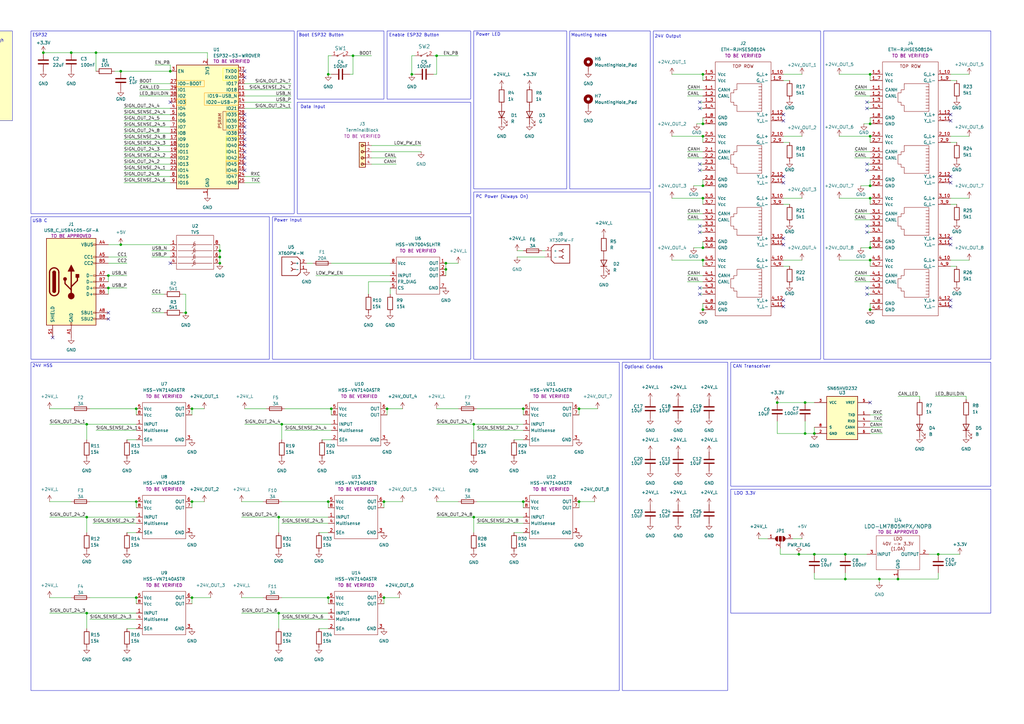
<source format=kicad_sch>
(kicad_sch (version 20231120) (generator "eeschema") (generator_version "8.0")
  (paper "A3")
  (title_block (title "PDB") (date "2024-12-06") (rev "REV-0") (company "Rovus - RobotiqueUdeS") (comment 1 "Made by Philippe Michaud") (comment 2 "PCB to control multiples current outputs with canbus"))
  (junction (at 144.78 22.86))
  (junction (at 90.17 105.41))
  (junction (at 134.62 245.11))
  (junction (at 168.91 30.48))
  (junction (at 49.53 100.33))
  (junction (at 356.87 55.88))
  (junction (at 360.68 237.49))
  (junction (at 214.63 205.74))
  (junction (at 330.2 165.1))
  (junction (at 182.88 110.49))
  (junction (at 55.88 167.64))
  (junction (at 135.89 167.64))
  (junction (at 288.29 81.28))
  (junction (at 194.31 212.09))
  (junction (at 356.87 81.28))
  (junction (at 356.87 30.48))
  (junction (at 44.45 118.11))
  (junction (at 288.29 30.48))
  (junction (at 327.66 227.33))
  (junction (at 157.48 245.11))
  (junction (at 69.85 29.21))
  (junction (at 288.29 101.6))
  (junction (at 288.29 50.8))
  (junction (at 17.78 21.59))
  (junction (at 356.87 101.6))
  (junction (at 288.29 106.68))
  (junction (at 384.81 227.33))
  (junction (at 90.17 107.95))
  (junction (at 55.88 205.74))
  (junction (at 356.87 76.2))
  (junction (at 114.3 212.09))
  (junction (at 115.57 173.99))
  (junction (at 330.2 177.8))
  (junction (at 368.3 237.49))
  (junction (at 44.45 113.03))
  (junction (at 346.71 237.49))
  (junction (at 318.77 165.1))
  (junction (at 346.71 227.33))
  (junction (at 29.21 21.59))
  (junction (at 288.29 76.2))
  (junction (at 35.56 251.46))
  (junction (at 237.49 167.64))
  (junction (at 356.87 106.68))
  (junction (at 334.01 227.33))
  (junction (at 35.56 173.99))
  (junction (at 114.3 251.46))
  (junction (at 134.62 30.48))
  (junction (at 356.87 50.8))
  (junction (at 182.88 107.95))
  (junction (at 35.56 212.09))
  (junction (at 356.87 127))
  (junction (at 288.29 127))
  (junction (at 134.62 205.74))
  (junction (at 334.01 177.8))
  (junction (at 78.74 205.74))
  (junction (at 214.63 167.64))
  (junction (at 157.48 205.74))
  (junction (at 90.17 102.87))
  (junction (at 194.31 173.99))
  (junction (at 158.75 167.64))
  (junction (at 288.29 55.88))
  (junction (at 237.49 205.74))
  (junction (at 49.53 29.21))
  (junction (at 179.07 22.86))
  (junction (at 39.37 21.59))
  (junction (at 78.74 167.64))
  (junction (at 55.88 245.11))
  (junction (at 76.2 128.27))
  (junction (at 78.74 245.11))
  (no_connect (at 389.89 100.33))
  (no_connect (at 321.31 100.33))
  (no_connect (at 21.59 138.43))
  (no_connect (at 287.02 92.71))
  (no_connect (at 287.02 95.25))
  (no_connect (at 44.45 130.81))
  (no_connect (at 355.6 67.31))
  (no_connect (at 100.33 64.77))
  (no_connect (at 100.33 46.99))
  (no_connect (at 100.33 31.75))
  (no_connect (at 355.6 92.71))
  (no_connect (at 287.02 41.91))
  (no_connect (at 287.02 118.11))
  (no_connect (at 100.33 62.23))
  (no_connect (at 389.89 46.99))
  (no_connect (at 44.45 128.27))
  (no_connect (at 321.31 49.53))
  (no_connect (at 100.33 49.53))
  (no_connect (at 321.31 97.79))
  (no_connect (at 100.33 52.07))
  (no_connect (at 321.31 46.99))
  (no_connect (at 355.6 95.25))
  (no_connect (at 100.33 69.85))
  (no_connect (at 389.89 123.19))
  (no_connect (at 389.89 72.39))
  (no_connect (at 100.33 57.15))
  (no_connect (at 389.89 49.53))
  (no_connect (at 100.33 59.69))
  (no_connect (at 321.31 74.93))
  (no_connect (at 355.6 44.45))
  (no_connect (at 287.02 120.65))
  (no_connect (at 355.6 118.11))
  (no_connect (at 356.87 165.1))
  (no_connect (at 355.6 41.91))
  (no_connect (at 355.6 69.85))
  (no_connect (at 389.89 97.79))
  (no_connect (at 355.6 120.65))
  (no_connect (at 100.33 67.31))
  (no_connect (at 321.31 123.19))
  (no_connect (at 287.02 44.45))
  (no_connect (at 321.31 125.73))
  (no_connect (at 100.33 54.61))
  (no_connect (at 287.02 67.31))
  (no_connect (at 287.02 69.85))
  (no_connect (at 389.89 125.73))
  (no_connect (at 69.85 107.95))
  (no_connect (at 321.31 72.39))
  (no_connect (at 389.89 74.93))
  (no_connect (at 100.33 29.21))
  (no_connect (at 69.85 41.91))
  (wire (pts (xy 132.08 180.34) (xy 135.89 180.34)))
  (wire (pts (xy 361.95 175.26) (xy 356.87 175.26)))
  (wire (pts (xy 49.53 29.21) (xy 69.85 29.21)))
  (wire (pts (xy 38.1 214.63) (xy 55.88 214.63)))
  (wire (pts (xy 194.31 173.99) (xy 194.31 180.34)))
  (wire (pts (xy 50.8 64.77) (xy 69.85 64.77)))
  (wire (pts (xy 50.8 69.85) (xy 69.85 69.85)))
  (wire (pts (xy 50.8 72.39) (xy 69.85 72.39)))
  (wire (pts (xy 318.77 172.72) (xy 318.77 177.8)))
  (wire (pts (xy 67.31 120.65) (xy 62.23 120.65)))
  (wire (pts (xy 355.6 120.65) (xy 356.87 120.65)))
  (wire (pts (xy 344.17 30.48) (xy 356.87 30.48)))
  (wire (pts (xy 393.7 227.33) (xy 384.81 227.33)))
  (wire (pts (xy 288.29 99.06) (xy 288.29 101.6)))
  (wire (pts (xy 275.59 30.48) (xy 288.29 30.48)))
  (wire (pts (xy 275.59 81.28) (xy 288.29 81.28)))
  (wire (pts (xy 62.23 105.41) (xy 69.85 105.41)))
  (wire (pts (xy 20.32 173.99) (xy 35.56 173.99)))
  (wire (pts (xy 281.94 90.17) (xy 288.29 90.17)))
  (wire (pts (xy 287.02 92.71) (xy 288.29 92.71)))
  (wire (pts (xy 210.82 218.44) (xy 214.63 218.44)))
  (wire (pts (xy 346.71 237.49) (xy 360.68 237.49)))
  (wire (pts (xy 44.45 118.11) (xy 52.07 118.11)))
  (wire (pts (xy 318.77 165.1) (xy 330.2 165.1)))
  (wire (pts (xy 119.38 36.83) (xy 100.33 36.83)))
  (wire (pts (xy 346.71 227.33) (xy 334.01 227.33)))
  (wire (pts (xy 194.31 173.99) (xy 214.63 173.99)))
  (wire (pts (xy 353.06 101.6) (xy 356.87 101.6)))
  (wire (pts (xy 355.6 95.25) (xy 356.87 95.25)))
  (wire (pts (xy 179.07 173.99) (xy 194.31 173.99)))
  (wire (pts (xy 346.71 227.33) (xy 355.6 227.33)))
  (wire (pts (xy 327.66 227.33) (xy 334.01 227.33)))
  (wire (pts (xy 320.04 227.33) (xy 327.66 227.33)))
  (wire (pts (xy 168.91 30.48) (xy 168.91 22.86)))
  (wire (pts (xy 281.94 62.23) (xy 288.29 62.23)))
  (wire (pts (xy 35.56 212.09) (xy 55.88 212.09)))
  (wire (pts (xy 368.3 237.49) (xy 384.81 237.49)))
  (wire (pts (xy 195.58 214.63) (xy 214.63 214.63)))
  (wire (pts (xy 212.09 102.87) (xy 214.63 102.87)))
  (wire (pts (xy 179.07 22.86) (xy 187.96 22.86)))
  (wire (pts (xy 214.63 205.74) (xy 214.63 208.28)))
  (wire (pts (xy 281.94 115.57) (xy 288.29 115.57)))
  (wire (pts (xy 350.52 87.63) (xy 356.87 87.63)))
  (wire (pts (xy 39.37 21.59) (xy 85.09 21.59)))
  (wire (pts (xy 160.02 120.65) (xy 160.02 118.11)))
  (wire (pts (xy 172.72 62.23) (xy 152.4 62.23)))
  (wire (pts (xy 109.22 167.64) (xy 100.33 167.64)))
  (wire (pts (xy 76.2 128.27) (xy 74.93 128.27)))
  (wire (pts (xy 62.23 102.87) (xy 69.85 102.87)))
  (wire (pts (xy 179.07 30.48) (xy 177.8 30.48)))
  (wire (pts (xy 288.29 106.68) (xy 288.29 109.22)))
  (wire (pts (xy 355.6 69.85) (xy 356.87 69.85)))
  (wire (pts (xy 381 227.33) (xy 384.81 227.33)))
  (wire (pts (xy 50.8 57.15) (xy 69.85 57.15)))
  (wire (pts (xy 287.02 118.11) (xy 288.29 118.11)))
  (wire (pts (xy 52.07 257.81) (xy 55.88 257.81)))
  (wire (pts (xy 361.95 172.72) (xy 356.87 172.72)))
  (wire (pts (xy 76.2 120.65) (xy 76.2 128.27)))
  (wire (pts (xy 397.51 81.28) (xy 389.89 81.28)))
  (wire (pts (xy 162.56 67.31) (xy 152.4 67.31)))
  (wire (pts (xy 78.74 245.11) (xy 78.74 247.65)))
  (wire (pts (xy 281.94 113.03) (xy 288.29 113.03)))
  (wire (pts (xy 325.12 220.98) (xy 328.93 220.98)))
  (wire (pts (xy 195.58 176.53) (xy 214.63 176.53)))
  (wire (pts (xy 355.6 41.91) (xy 356.87 41.91)))
  (wire (pts (xy 114.3 251.46) (xy 114.3 257.81)))
  (wire (pts (xy 179.07 212.09) (xy 194.31 212.09)))
  (wire (pts (xy 35.56 173.99) (xy 55.88 173.99)))
  (wire (pts (xy 130.81 218.44) (xy 134.62 218.44)))
  (wire (pts (xy 328.93 106.68) (xy 321.31 106.68)))
  (wire (pts (xy 69.85 26.67) (xy 69.85 29.21)))
  (wire (pts (xy 100.33 173.99) (xy 115.57 173.99)))
  (wire (pts (xy 195.58 167.64) (xy 214.63 167.64)))
  (wire (pts (xy 356.87 106.68) (xy 356.87 109.22)))
  (wire (pts (xy 194.31 212.09) (xy 194.31 218.44)))
  (wire (pts (xy 119.38 39.37) (xy 100.33 39.37)))
  (wire (pts (xy 160.02 115.57) (xy 151.13 115.57)))
  (wire (pts (xy 287.02 44.45) (xy 288.29 44.45)))
  (wire (pts (xy 287.02 120.65) (xy 288.29 120.65)))
  (wire (pts (xy 356.87 81.28) (xy 356.87 83.82)))
  (wire (pts (xy 74.93 120.65) (xy 76.2 120.65)))
  (wire (pts (xy 35.56 251.46) (xy 35.56 257.81)))
  (wire (pts (xy 344.17 55.88) (xy 356.87 55.88)))
  (wire (pts (xy 119.38 34.29) (xy 100.33 34.29)))
  (wire (pts (xy 151.13 115.57) (xy 151.13 120.65)))
  (wire (pts (xy 134.62 22.86) (xy 135.89 22.86)))
  (wire (pts (xy 144.78 22.86) (xy 143.51 22.86)))
  (wire (pts (xy 83.82 205.74) (xy 78.74 205.74)))
  (wire (pts (xy 350.52 90.17) (xy 356.87 90.17)))
  (wire (pts (xy 356.87 124.46) (xy 356.87 127)))
  (wire (pts (xy 50.8 62.23) (xy 69.85 62.23)))
  (wire (pts (xy 182.88 107.95) (xy 182.88 110.49)))
  (wire (pts (xy 356.87 177.8) (xy 361.95 177.8)))
  (wire (pts (xy 179.07 22.86) (xy 177.8 22.86)))
  (wire (pts (xy 44.45 118.11) (xy 44.45 120.65)))
  (wire (pts (xy 52.07 218.44) (xy 55.88 218.44)))
  (wire (pts (xy 50.8 54.61) (xy 69.85 54.61)))
  (wire (pts (xy 130.81 257.81) (xy 134.62 257.81)))
  (wire (pts (xy 115.57 245.11) (xy 134.62 245.11)))
  (wire (pts (xy 165.1 167.64) (xy 158.75 167.64)))
  (wire (pts (xy 285.75 50.8) (xy 288.29 50.8)))
  (wire (pts (xy 55.88 167.64) (xy 55.88 170.18)))
  (wire (pts (xy 36.83 245.11) (xy 55.88 245.11)))
  (wire (pts (xy 49.53 100.33) (xy 69.85 100.33)))
  (wire (pts (xy 115.57 254) (xy 134.62 254)))
  (wire (pts (xy 44.45 105.41) (xy 52.07 105.41)))
  (wire (pts (xy 350.52 36.83) (xy 356.87 36.83)))
  (wire (pts (xy 114.3 212.09) (xy 134.62 212.09)))
  (wire (pts (xy 287.02 41.91) (xy 288.29 41.91)))
  (wire (pts (xy 119.38 44.45) (xy 100.33 44.45)))
  (wire (pts (xy 237.49 167.64) (xy 237.49 170.18)))
  (wire (pts (xy 222.25 102.87) (xy 223.52 102.87)))
  (wire (pts (xy 356.87 30.48) (xy 356.87 33.02)))
  (wire (pts (xy 281.94 87.63) (xy 288.29 87.63)))
  (wire (pts (xy 39.37 176.53) (xy 55.88 176.53)))
  (wire (pts (xy 106.68 74.93) (xy 100.33 74.93)))
  (wire (pts (xy 288.29 73.66) (xy 288.29 76.2)))
  (wire (pts (xy 78.74 167.64) (xy 83.82 167.64)))
  (wire (pts (xy 157.48 245.11) (xy 157.48 247.65)))
  (wire (pts (xy 134.62 205.74) (xy 134.62 208.28)))
  (wire (pts (xy 35.56 251.46) (xy 55.88 251.46)))
  (wire (pts (xy 99.06 251.46) (xy 114.3 251.46)))
  (wire (pts (xy 179.07 22.86) (xy 179.07 30.48)))
  (wire (pts (xy 356.87 55.88) (xy 356.87 58.42)))
  (wire (pts (xy 90.17 102.87) (xy 90.17 105.41)))
  (wire (pts (xy 115.57 205.74) (xy 134.62 205.74)))
  (wire (pts (xy 29.21 205.74) (xy 20.32 205.74)))
  (wire (pts (xy 168.91 30.48) (xy 170.18 30.48)))
  (wire (pts (xy 90.17 100.33) (xy 90.17 102.87)))
  (wire (pts (xy 157.48 205.74) (xy 157.48 208.28)))
  (wire (pts (xy 106.68 72.39) (xy 100.33 72.39)))
  (wire (pts (xy 323.85 33.02) (xy 321.31 33.02)))
  (wire (pts (xy 57.15 36.83) (xy 69.85 36.83)))
  (wire (pts (xy 163.83 245.11) (xy 157.48 245.11)))
  (wire (pts (xy 152.4 59.69) (xy 172.72 59.69)))
  (wire (pts (xy 115.57 173.99) (xy 135.89 173.99)))
  (wire (pts (xy 397.51 106.68) (xy 389.89 106.68)))
  (wire (pts (xy 355.6 92.71) (xy 356.87 92.71)))
  (wire (pts (xy 36.83 167.64) (xy 55.88 167.64)))
  (wire (pts (xy 368.3 162.56) (xy 377.19 162.56)))
  (wire (pts (xy 350.52 62.23) (xy 356.87 62.23)))
  (wire (pts (xy 162.56 64.77) (xy 152.4 64.77)))
  (wire (pts (xy 334.01 237.49) (xy 346.71 237.49)))
  (wire (pts (xy 318.77 177.8) (xy 330.2 177.8)))
  (wire (pts (xy 78.74 245.11) (xy 86.36 245.11)))
  (wire (pts (xy 383.54 162.56) (xy 396.24 162.56)))
  (wire (pts (xy 334.01 177.8) (xy 330.2 177.8)))
  (wire (pts (xy 195.58 205.74) (xy 214.63 205.74)))
  (wire (pts (xy 392.43 33.02) (xy 389.89 33.02)))
  (wire (pts (xy 50.8 44.45) (xy 69.85 44.45)))
  (wire (pts (xy 284.48 76.2) (xy 288.29 76.2)))
  (wire (pts (xy 377.19 162.56) (xy 377.19 163.83)))
  (wire (pts (xy 17.78 21.59) (xy 29.21 21.59)))
  (wire (pts (xy 57.15 34.29) (xy 69.85 34.29)))
  (wire (pts (xy 392.43 83.82) (xy 389.89 83.82)))
  (wire (pts (xy 63.5 26.67) (xy 69.85 26.67)))
  (wire (pts (xy 99.06 212.09) (xy 114.3 212.09)))
  (wire (pts (xy 237.49 167.64) (xy 245.11 167.64)))
  (wire (pts (xy 214.63 167.64) (xy 214.63 170.18)))
  (wire (pts (xy 323.85 83.82) (xy 321.31 83.82)))
  (wire (pts (xy 35.56 173.99) (xy 35.56 180.34)))
  (wire (pts (xy 353.06 76.2) (xy 356.87 76.2)))
  (wire (pts (xy 134.62 30.48) (xy 134.62 22.86)))
  (wire (pts (xy 78.74 167.64) (xy 78.74 170.18)))
  (wire (pts (xy 168.91 22.86) (xy 170.18 22.86)))
  (wire (pts (xy 107.95 205.74) (xy 99.06 205.74)))
  (wire (pts (xy 114.3 251.46) (xy 134.62 251.46)))
  (wire (pts (xy 281.94 39.37) (xy 288.29 39.37)))
  (wire (pts (xy 144.78 22.86) (xy 152.4 22.86)))
  (wire (pts (xy 44.45 113.03) (xy 44.45 115.57)))
  (wire (pts (xy 36.83 205.74) (xy 55.88 205.74)))
  (wire (pts (xy 396.24 162.56) (xy 396.24 163.83)))
  (wire (pts (xy 275.59 106.68) (xy 288.29 106.68)))
  (wire (pts (xy 115.57 214.63) (xy 134.62 214.63)))
  (wire (pts (xy 29.21 245.11) (xy 20.32 245.11)))
  (wire (pts (xy 35.56 212.09) (xy 35.56 218.44)))
  (wire (pts (xy 210.82 180.34) (xy 214.63 180.34)))
  (wire (pts (xy 350.52 113.03) (xy 356.87 113.03)))
  (wire (pts (xy 85.09 24.13) (xy 85.09 21.59)))
  (wire (pts (xy 355.6 118.11) (xy 356.87 118.11)))
  (wire (pts (xy 288.29 48.26) (xy 288.29 50.8)))
  (wire (pts (xy 107.95 245.11) (xy 99.06 245.11)))
  (wire (pts (xy 328.93 81.28) (xy 321.31 81.28)))
  (wire (pts (xy 356.87 99.06) (xy 356.87 101.6)))
  (wire (pts (xy 243.84 205.74) (xy 237.49 205.74)))
  (wire (pts (xy 50.8 59.69) (xy 69.85 59.69)))
  (wire (pts (xy 115.57 173.99) (xy 115.57 180.34)))
  (wire (pts (xy 397.51 30.48) (xy 389.89 30.48)))
  (wire (pts (xy 384.81 237.49) (xy 384.81 234.95)))
  (wire (pts (xy 237.49 205.74) (xy 237.49 208.28)))
  (wire (pts (xy 328.93 30.48) (xy 321.31 30.48)))
  (wire (pts (xy 62.23 128.27) (xy 67.31 128.27)))
  (wire (pts (xy 392.43 58.42) (xy 389.89 58.42)))
  (wire (pts (xy 360.68 237.49) (xy 368.3 237.49)))
  (wire (pts (xy 36.83 254) (xy 55.88 254)))
  (wire (pts (xy 50.8 74.93) (xy 69.85 74.93)))
  (wire (pts (xy 355.6 67.31) (xy 356.87 67.31)))
  (wire (pts (xy 129.54 113.03) (xy 160.02 113.03)))
  (wire (pts (xy 116.84 176.53) (xy 135.89 176.53)))
  (wire (pts (xy 144.78 22.86) (xy 144.78 30.48)))
  (wire (pts (xy 397.51 55.88) (xy 389.89 55.88)))
  (wire (pts (xy 157.48 205.74) (xy 165.1 205.74)))
  (wire (pts (xy 356.87 48.26) (xy 356.87 50.8)))
  (wire (pts (xy 334.01 237.49) (xy 334.01 234.95)))
  (wire (pts (xy 344.17 81.28) (xy 356.87 81.28)))
  (wire (pts (xy 355.6 44.45) (xy 356.87 44.45)))
  (wire (pts (xy 44.45 107.95) (xy 52.07 107.95)))
  (wire (pts (xy 288.29 30.48) (xy 288.29 33.02)))
  (wire (pts (xy 284.48 101.6) (xy 288.29 101.6)))
  (wire (pts (xy 330.2 165.1) (xy 334.01 165.1)))
  (wire (pts (xy 212.09 105.41) (xy 223.52 105.41)))
  (wire (pts (xy 323.85 58.42) (xy 321.31 58.42)))
  (wire (pts (xy 20.32 212.09) (xy 35.56 212.09)))
  (wire (pts (xy 288.29 55.88) (xy 288.29 58.42)))
  (wire (pts (xy 187.96 107.95) (xy 182.88 107.95)))
  (wire (pts (xy 187.96 205.74) (xy 179.07 205.74)))
  (wire (pts (xy 346.71 237.49) (xy 346.71 234.95)))
  (wire (pts (xy 350.52 115.57) (xy 356.87 115.57)))
  (wire (pts (xy 392.43 109.22) (xy 389.89 109.22)))
  (wire (pts (xy 134.62 30.48) (xy 135.89 30.48)))
  (wire (pts (xy 39.37 21.59) (xy 39.37 29.21)))
  (wire (pts (xy 135.89 107.95) (xy 160.02 107.95)))
  (wire (pts (xy 125.73 107.95) (xy 128.27 107.95)))
  (wire (pts (xy 20.32 251.46) (xy 35.56 251.46)))
  (wire (pts (xy 50.8 49.53) (xy 69.85 49.53)))
  (wire (pts (xy 50.8 46.99) (xy 69.85 46.99)))
  (wire (pts (xy 344.17 106.68) (xy 356.87 106.68)))
  (wire (pts (xy 116.84 167.64) (xy 135.89 167.64)))
  (wire (pts (xy 144.78 30.48) (xy 143.51 30.48)))
  (wire (pts (xy 29.21 167.64) (xy 20.32 167.64)))
  (wire (pts (xy 46.99 29.21) (xy 49.53 29.21)))
  (wire (pts (xy 50.8 67.31) (xy 69.85 67.31)))
  (wire (pts (xy 90.17 105.41) (xy 90.17 107.95)))
  (wire (pts (xy 55.88 205.74) (xy 55.88 208.28)))
  (wire (pts (xy 287.02 69.85) (xy 288.29 69.85)))
  (wire (pts (xy 29.21 21.59) (xy 39.37 21.59)))
  (wire (pts (xy 55.88 245.11) (xy 55.88 247.65)))
  (wire (pts (xy 328.93 55.88) (xy 321.31 55.88)))
  (wire (pts (xy 288.29 124.46) (xy 288.29 127)))
  (wire (pts (xy 287.02 95.25) (xy 288.29 95.25)))
  (wire (pts (xy 281.94 36.83) (xy 288.29 36.83)))
  (wire (pts (xy 311.15 220.98) (xy 314.96 220.98)))
  (wire (pts (xy 323.85 109.22) (xy 321.31 109.22)))
  (wire (pts (xy 114.3 212.09) (xy 114.3 218.44)))
  (wire (pts (xy 350.52 39.37) (xy 356.87 39.37)))
  (wire (pts (xy 361.95 170.18) (xy 356.87 170.18)))
  (wire (pts (xy 281.94 64.77) (xy 288.29 64.77)))
  (wire (pts (xy 135.89 167.64) (xy 135.89 170.18)))
  (wire (pts (xy 356.87 73.66) (xy 356.87 76.2)))
  (wire (pts (xy 350.52 64.77) (xy 356.87 64.77)))
  (wire (pts (xy 287.02 67.31) (xy 288.29 67.31)))
  (wire (pts (xy 52.07 180.34) (xy 55.88 180.34)))
  (wire (pts (xy 275.59 55.88) (xy 288.29 55.88)))
  (wire (pts (xy 194.31 212.09) (xy 214.63 212.09)))
  (wire (pts (xy 158.75 167.64) (xy 158.75 170.18)))
  (wire (pts (xy 57.15 39.37) (xy 69.85 39.37)))
  (wire (pts (xy 360.68 237.49) (xy 360.68 238.76)))
  (wire (pts (xy 330.2 172.72) (xy 330.2 177.8)))
  (wire (pts (xy 100.33 41.91) (xy 119.38 41.91)))
  (wire (pts (xy 354.33 50.8) (xy 356.87 50.8)))
  (wire (pts (xy 44.45 100.33) (xy 49.53 100.33)))
  (wire (pts (xy 288.29 81.28) (xy 288.29 83.82)))
  (wire (pts (xy 320.04 227.33) (xy 320.04 224.79)))
  (wire (pts (xy 52.07 113.03) (xy 44.45 113.03)))
  (wire (pts (xy 334.01 175.26) (xy 334.01 177.8)))
  (wire (pts (xy 187.96 167.64) (xy 179.07 167.64)))
  (wire (pts (xy 182.88 110.49) (xy 182.88 113.03)))
  (wire (pts (xy 50.8 52.07) (xy 69.85 52.07)))
  (wire (pts (xy 134.62 245.11) (xy 134.62 247.65)))
  (wire (pts (xy 78.74 205.74) (xy 78.74 208.28)))
  (rectangle (start 12.7 88.9) (end 110.49 147.32))
  (rectangle (start 111.76 88.9) (end 193.04 147.32))
  (rectangle (start 12.7 12.7) (end 120.65 87.63))
  (rectangle (start 121.92 41.91) (end 193.04 87.63))
  (rectangle (start 194.31 12.7) (end 232.41 77.47))
  (rectangle (start 233.68 12.7) (end 266.7 77.47))
  (rectangle (start 299.72 148.59) (end 406.4 199.39))
  (rectangle (start 337.82 12.7) (end 406.4 147.32))
  (rectangle (start 121.92 12.7) (end 157.48 40.64))
  (rectangle (start 194.31 78.74) (end 266.7 147.32))
  (rectangle (start 299.72 200.66) (end 406.4 251.46))
  (rectangle (start 158.75 12.7) (end 193.04 40.64))
  (rectangle (start 255.27 148.59) (end 298.45 283.21))
  (rectangle (start 12.7 148.59) (end 254 283.21))
  (rectangle (start 267.97 12.7) (end 336.55 147.32))
  (text_box "TODO: Sensing is off when SEn is pulled LOW. Either remove sign sense or pull high and figure out current sense calcs\nTODO: Add decoupling/bigger resistor to LOW_POW_EN signal (Max 7.5v)" (at -41.91 12.7 0) (size 46.99 36.83) (fill (type color) (color 255 255 194 1)) (effects (font (size 1.27 1.27)) (justify left top)))
  (text "Boot ESP32 Button" (at 122.428 14.478 0) (effects (font (size 1.27 1.27)) (justify left)))
  (text "Mounting holes" (at 234.188 14.478 0) (effects (font (size 1.27 1.27)) (justify left)))
  (text "Data Input" (at 123.19 43.942 0) (effects (font (size 1.27 1.27)) (justify left)))
  (text "ESP32" (at 13.208 14.478 0) (effects (font (size 1.27 1.27)) (justify left)))
  (text "USB C" (at 13.208 90.678 0) (effects (font (size 1.27 1.27)) (justify left)))
  (text "24V Output" (at 268.478 14.986 0) (effects (font (size 1.27 1.27)) (justify left)))
  (text "CAN Transceiver" (at 300.482 150.368 0) (effects (font (size 1.27 1.27)) (justify left)))
  (text "24V HSS\n" (at 13.208 150.114 0) (effects (font (size 1.27 1.27)) (justify left)))
  (text "\n" (at -114.3 18.796 0) (effects (font (size 1.27 1.27)) (justify left)))
  (text "Power Input" (at 112.268 90.424 0) (effects (font (size 1.27 1.27)) (justify left)))
  (text "Enable ESP32 Button" (at 159.512 14.478 0) (effects (font (size 1.27 1.27)) (justify left)))
  (text "Power LED" (at 195.072 14.224 0) (effects (font (size 1.27 1.27)) (justify left)))
  (text "LDO 3.3V" (at 300.99 202.438 0) (effects (font (size 1.27 1.27)) (justify left)))
  (text "Optional Condos" (at 256.032 150.622 0) (effects (font (size 1.27 1.27)) (justify left)))
  (text "PC Power (Always On)" (at 195.072 80.772 0) (effects (font (size 1.27 1.27)) (justify left)))
  (label "RXC" (at 106.68 72.39 180))
  (label "BOOT" (at 57.15 34.29 0))
  (label "SIGN_SENSE_24_4" (at 50.8 46.99 0))
  (label "CANH" (at 361.95 175.26 180))
  (label "CANL" (at 350.52 39.37 0))
  (label "SIGN_OUT_24_2" (at 20.32 212.09 0))
  (label "SIGN_OUT_24_3" (at 20.32 251.46 0))
  (label "CANH" (at 350.52 62.23 0))
  (label "USB_P" (at 119.38 41.91 180))
  (label "SIGN_OUT_24_8" (at 50.8 54.61 0))
  (label "SIGN_OUT_24_6" (at 50.8 72.39 0))
  (label "SIGN_SENSE_24_3" (at 36.83 254 0))
  (label "CANH" (at 350.52 36.83 0))
  (label "CANH" (at 281.94 87.63 0))
  (label "SIGN_SENSE_24_6" (at 115.57 254 0))
  (label "EN_PB" (at 63.5 26.67 0))
  (label "SIGN_OUT_24_7" (at 119.38 34.29 180))
  (label "SIGN_OUT_24_5" (at 99.06 212.09 0))
  (label "SIGN_OUT_24_7" (at 179.07 173.99 0))
  (label "SIGN_SENSE_24_2" (at 50.8 64.77 0))
  (label "LED_BUILDIN" (at 383.54 162.56 0))
  (label "CANH" (at 281.94 113.03 0))
  (label "SIGN_SENSE_24_5" (at 115.57 214.63 0))
  (label "SIGN_SENSE_24_6" (at 50.8 74.93 0))
  (label "CANL" (at 350.52 64.77 0))
  (label "USB_N" (at 119.38 39.37 180))
  (label "CAN_LED" (at 57.15 36.83 0))
  (label "CAN_LED" (at 368.3 162.56 0))
  (label "SIGN_OUT_24_2" (at 50.8 67.31 0))
  (label "BOOT" (at 152.4 22.86 180))
  (label "SIGN_SENSE_24_1" (at 39.37 176.53 0))
  (label "CANL" (at 361.95 177.8 180))
  (label "EN_PB" (at 187.96 22.86 180))
  (label "SIGN_SENSE_24_5" (at 50.8 52.07 0))
  (label "CANH" (at 162.56 67.31 180))
  (label "SIGN_OUT_24_6" (at 99.06 251.46 0))
  (label "SIGN_SENSE_24_8" (at 195.58 214.63 0))
  (label "CANL" (at 350.52 115.57 0))
  (label "CANH" (at 281.94 36.83 0))
  (label "SIGN_OUT_24_3" (at 50.8 62.23 0))
  (label "SIGN_SENSE_24_3" (at 50.8 59.69 0))
  (label "SIGN_SENSE_24_7" (at 119.38 36.83 180))
  (label "USB_P" (at 52.07 118.11 180))
  (label "SIGN_OUT_24_1" (at 119.38 44.45 180))
  (label "LOW_PW_EN" (at 129.54 113.03 0))
  (label "CANH" (at 281.94 62.23 0))
  (label "SIGN_SENSE_24_1" (at 50.8 69.85 0))
  (label "CANL" (at 281.94 64.77 0))
  (label "SIGN_SENSE_24_7" (at 195.58 176.53 0))
  (label "TXC" (at 106.68 74.93 180))
  (label "USB_P" (at 62.23 105.41 0))
  (label "USB_N" (at 62.23 102.87 0))
  (label "CC1" (at 52.07 105.41 180))
  (label "CC2" (at 52.07 107.95 180))
  (label "CC2" (at 62.23 128.27 0))
  (label "TXC" (at 361.95 172.72 180))
  (label "SIGN_OUT_24_5" (at 50.8 49.53 0))
  (label "CC1" (at 62.23 120.65 0))
  (label "CANH" (at 350.52 87.63 0))
  (label "SIGN_OUT_24_8" (at 179.07 212.09 0))
  (label "CANL" (at 281.94 115.57 0))
  (label "CANL" (at 281.94 39.37 0))
  (label "SIGN_OUT_24_4" (at 100.33 173.99 0))
  (label "LED_BUILDIN" (at 57.15 39.37 0))
  (label "SIGN_SENSE_24_4" (at 116.84 176.53 0))
  (label "CANL" (at 281.94 90.17 0))
  (label "LOW_PW_EN" (at 172.72 59.69 180))
  (label "SIGN_OUT_24_4" (at 50.8 44.45 0))
  (label "RXC" (at 361.95 170.18 180))
  (label "CANH" (at 350.52 113.03 0))
  (label "SIGN_SENSE_24_2" (at 38.1 214.63 0))
  (label "CANL" (at 162.56 64.77 180))
  (label "USB_N" (at 52.07 113.03 180))
  (label "SIGN_SENSE_24_8" (at 50.8 57.15 0))
  (label "CANL" (at 350.52 90.17 0))
  (label "SIGN_OUT_24_1" (at 20.32 173.99 0))
  (symbol (lib_id "0_RoverLibrary:C-100nF") (at 173.99 30.48 90) (unit 1)
    (property "Reference" "C5" (at 173.99 25.4 90))
    (property "Value" "100nF" (at 173.99 27.178 90))
    (property "Footprint" "Capacitor_SMD:C_0805_2012Metric_Pad1.18x1.45mm_HandSolder" (effects (hide yes)))
    (property "Description" "Unpolarized capacitor" (effects (hide yes)))
  )
  (symbol (lib_id "power:GND") (at 90.17 107.95 0) (unit 1)
    (property "Reference" "#PWR011" (effects (hide yes)))
    (property "Value" "GND" (at 90.17 113.03 0))
    (property "Description" "Power symbol creates a global label with name \"GND\" , ground" (effects (hide yes)))
  )
  (symbol (lib_id "power:GND") (at 284.48 76.2 0) (unit 1)
    (property "Reference" "#PWR039" (effects (hide yes)))
    (property "Value" "GND" (at 284.48 79.756 0))
    (property "Description" "Power symbol creates a global label with name \"GND\" , ground" (effects (hide yes)))
  )
  (symbol (lib_id "Device:R") (at 323.85 87.63 180) (unit 1)
    (property "Reference" "R21" (at 326.39 86.3599 0) (effects (justify right)))
    (property "Value" "5k1" (at 326.39 88.8999 0) (effects (justify right)))
    (property "Footprint" "Resistor_SMD:R_0805_2012Metric_Pad1.20x1.40mm_HandSolder" (effects (hide yes)))
    (property "Description" "Resistor" (effects (hide yes)))
  )
  (symbol (lib_id "power:+24V") (at 20.32 205.74 0) (unit 1)
    (property "Reference" "#PWR052" (effects (hide yes)))
    (property "Value" "+24V_L" (at 20.32 200.66 0))
    (property "Description" "Power symbol creates a global label with name \"+24V\"" (effects (hide yes)))
  )
  (symbol (lib_id "Device:R") (at 130.81 261.62 0) (unit 1)
    (property "Reference" "R34" (at 132.334 260.35 0) (effects (justify left)))
    (property "Value" "15k" (at 132.334 262.89 0) (effects (justify left)))
    (property "Footprint" "Resistor_SMD:R_0805_2012Metric_Pad1.20x1.40mm_HandSolder" (effects (hide yes)))
    (property "Description" "Resistor" (effects (hide yes)))
  )
  (symbol (lib_id "Device:R") (at 323.85 36.83 180) (unit 1)
    (property "Reference" "R17" (at 326.39 35.5599 0) (effects (justify right)))
    (property "Value" "5k1" (at 326.39 38.0999 0) (effects (justify right)))
    (property "Footprint" "Resistor_SMD:R_0805_2012Metric_Pad1.20x1.40mm_HandSolder" (effects (hide yes)))
    (property "Description" "Resistor" (effects (hide yes)))
  )
  (symbol (lib_id "0_RoverLibrary:C-10uF") (at 318.77 168.91 0) (unit 1)
    (property "Reference" "C6" (at 313.182 167.894 0) (effects (justify left)))
    (property "Value" "10uF" (at 315.722 169.672 0) (effects (justify right)))
    (property "Footprint" "Capacitor_SMD:C_0805_2012Metric_Pad1.18x1.45mm_HandSolder" (effects (hide yes)))
    (property "Description" "Unpolarized capacitor" (effects (hide yes)))
  )
  (symbol (lib_id "Device:R") (at 114.3 222.25 0) (unit 1)
    (property "Reference" "R31" (at 115.824 220.98 0) (effects (justify left)))
    (property "Value" "15k" (at 115.824 223.52 0) (effects (justify left)))
    (property "Footprint" "Resistor_SMD:R_0805_2012Metric_Pad1.20x1.40mm_HandSolder" (effects (hide yes)))
    (property "Description" "Resistor" (effects (hide yes)))
  )
  (symbol (lib_id "power:GND") (at 35.56 187.96 0) (unit 1)
    (property "Reference" "#PWR046" (effects (hide yes)))
    (property "Value" "GND" (at 35.56 193.04 0))
    (property "Description" "Power symbol creates a global label with name \"GND\" , ground" (effects (hide yes)))
  )
  (symbol (lib_id "Device:LED") (at 205.74 46.99 90) (unit 1)
    (property "Reference" "D1" (at 209.55 47.3074 90) (effects (justify right)))
    (property "Value" "R" (at 209.55 49.8474 90) (effects (justify right)))
    (property "Footprint" "Diode_SMD:D_0805_2012Metric_Pad1.15x1.40mm_HandSolder" (effects (hide yes)))
    (property "Description" "Light emitting diode" (effects (hide yes)))
  )
  (symbol (lib_id "0_RoverLibrary:FuseHolder") (at 111.76 245.11 270) (mirror x) (unit 1)
    (property "Reference" "F11" (at 111.76 240.538 90))
    (property "Value" "3A" (at 111.76 243.078 90))
    (property "Footprint" "RoverFootprint:FUSE_3568-20" (effects (hide yes)))
    (property "Description" "Fuse" (effects (hide yes)))
    (property "STATUS" "APPROVED" (effects (hide yes)))
  )
  (symbol (lib_id "power:+24V") (at 245.11 167.64 0) (unit 1)
    (property "Reference" "#PWR096" (effects (hide yes)))
    (property "Value" "+24V_OUT_7" (at 245.11 162.56 0))
    (property "Description" "Power symbol creates a global label with name \"+24V\"" (effects (hide yes)))
  )
  (symbol (lib_id "power:GND") (at 29.21 138.43 0) (unit 1)
    (property "Reference" "#PWR09" (effects (hide yes)))
    (property "Value" "GND" (at 29.21 143.51 0))
    (property "Description" "Power symbol creates a global label with name \"GND\" , ground" (effects (hide yes)))
  )
  (symbol (lib_id "power:+24V") (at 217.17 35.56 0) (unit 1)
    (property "Reference" "#PWR030" (effects (hide yes)))
    (property "Value" "+3.3V" (at 217.17 30.48 0))
    (property "Description" "Power symbol creates a global label with name \"+24V\"" (effects (hide yes)))
  )
  (symbol (lib_id "power:+24V") (at 278.13 163.83 0) (unit 1)
    (property "Reference" "#PWR0123" (effects (hide yes)))
    (property "Value" "+24V_L" (at 278.13 158.75 0))
    (property "Description" "Power symbol creates a global label with name \"+24V\"" (effects (hide yes)))
  )
  (symbol (lib_id "power:+3.3V") (at 17.78 21.59 0) (unit 1)
    (property "Reference" "#PWR03" (effects (hide yes)))
    (property "Value" "+3.3V" (at 17.78 17.526 0))
    (property "Description" "Power symbol creates a global label with name \"+3.3V\"" (effects (hide yes)))
  )
  (symbol (lib_id "0_RoverLibrary:C-1uF") (at 49.53 33.02 0) (unit 1)
    (property "Reference" "C1" (at 52.832 32.258 0) (effects (justify left)))
    (property "Value" "1uF" (at 52.832 33.782 0) (effects (justify left)))
    (property "Footprint" "Capacitor_SMD:C_0805_2012Metric_Pad1.18x1.45mm_HandSolder" (effects (hide yes)))
    (property "Description" "Unpolarized capacitor" (effects (hide yes)))
  )
  (symbol (lib_id "0_RoverLibrary:ETH-RJHSE508104") (at 373.38 33.02 0) (unit 1)
    (property "Reference" "J4" (at 373.38 17.78 0))
    (property "Value" "ETH-RJHSE508104" (at 373.38 20.32 0))
    (property "Footprint" "RoverFootprint:ETH-RJHSE508104" (effects (hide yes)))
    (property "Datasheet" "https://www.sameskydevices.com/product/resource/crj036-5-th.pdf" (effects (hide yes)))
    (property "Description" "RJ connector, 8P8C (8 positions 8 connected), RJ31/RJ32/RJ33/RJ34/RJ35/RJ41/RJ45/RJ49/RJ61" (effects (hide yes)))
    (property "STATUS" "TO BE VERIFIED" (at 373.38 22.86 0))
  )
  (symbol (lib_id "power:GND") (at 278.13 171.45 0) (unit 1)
    (property "Reference" "#PWR0124" (effects (hide yes)))
    (property "Value" "GND" (at 278.13 176.53 0))
    (property "Description" "Power symbol creates a global label with name \"GND\" , ground" (effects (hide yes)))
  )
  (symbol (lib_id "0_RoverLibrary:TerminalBlock-4-691137710004") (at 148.59 57.15 0) (unit 1)
    (property "Reference" "J3" (at 148.59 50.8 0))
    (property "Value" "TerminalBlock" (at 148.59 53.34 0))
    (property "Footprint" "RoverFootprint:TerminalBlock-4_P5.00mm-691137710004" (effects (hide yes)))
    (property "Datasheet" "https://www.we-online.com/components/products/datasheet/691137710004.pdf" (effects (hide yes)))
    (property "WIRE" "12 to 30 (AWG) 3.31 to 0.05 (mm²)" (effects (hide yes)))
    (property "MOUNT" "THT" (effects (hide yes)))
    (property "IR-VDE" "24A" (effects (hide yes)))
    (property "IR-UL" "16A" (effects (hide yes)))
    (property "WORKING-VOLTAGE-UL" "300V(AC)" (effects (hide yes)))
    (property "PART-NUMBER" "691137710004" (effects (hide yes)))
    (property "DATASHEET-URL" "https://www.we-online.com/catalog/datasheet/691137710004.pdf" (effects (hide yes)))
    (property "PITCH" "5mm" (effects (hide yes)))
    (property "PINS" "4" (effects (hide yes)))
    (property "WORKING-VOLTAGE-VDE" "250V(AC)" (effects (hide yes)))
    (property "TYPE" "Horizontal" (effects (hide yes)))
    (property "STATUS" "TO BE VERIFIED" (at 148.59 55.88 0))
    (property "Digikey" "https://www.digikey.ca/en/products/detail/w%C3%BCrth-elektronik/691137710004/6644053" (effects (hide yes)))
  )
  (symbol (lib_id "0_RoverLibrary:R-10k") (at 43.18 29.21 90) (unit 1)
    (property "Reference" "R1" (at 43.18 24.892 90))
    (property "Value" "10k" (at 43.18 26.67 90))
    (property "Footprint" "Resistor_SMD:R_0805_2012Metric_Pad1.20x1.40mm_HandSolder" (effects (hide yes)))
    (property "Description" "Resistor" (effects (hide yes)))
  )
  (symbol (lib_id "power:GND") (at 35.56 265.43 0) (unit 1)
    (property "Reference" "#PWR054" (effects (hide yes)))
    (property "Value" "GND" (at 35.56 270.51 0))
    (property "Description" "Power symbol creates a global label with name \"GND\" , ground" (effects (hide yes)))
  )
  (symbol (lib_id "power:GND") (at 205.74 50.8 0) (unit 1)
    (property "Reference" "#PWR027" (effects (hide yes)))
    (property "Value" "GND" (at 205.74 55.88 0))
    (property "Description" "Power symbol creates a global label with name \"GND\" , ground" (effects (hide yes)))
  )
  (symbol (lib_id "power:+24V") (at 290.83 185.42 0) (unit 1)
    (property "Reference" "#PWR0111" (effects (hide yes)))
    (property "Value" "+24V_L" (at 290.83 180.34 0))
    (property "Description" "Power symbol creates a global label with name \"+24V\"" (effects (hide yes)))
  )
  (symbol (lib_id "power:GND") (at 396.24 179.07 0) (unit 1)
    (property "Reference" "#PWR032" (effects (hide yes)))
    (property "Value" "GND" (at 396.24 184.15 0))
    (property "Description" "Power symbol creates a global label with name \"GND\" , ground" (effects (hide yes)))
  )
  (symbol (lib_id "power:GND") (at 210.82 187.96 0) (unit 1)
    (property "Reference" "#PWR091" (effects (hide yes)))
    (property "Value" "GND" (at 210.82 193.04 0))
    (property "Description" "Power symbol creates a global label with name \"GND\" , ground" (effects (hide yes)))
  )
  (symbol (lib_id "power:GND") (at 334.01 177.8 0) (unit 1)
    (property "Reference" "#PWR019" (effects (hide yes)))
    (property "Value" "GND" (at 334.01 182.88 0))
    (property "Description" "Power symbol creates a global label with name \"GND\" , ground" (effects (hide yes)))
  )
  (symbol (lib_id "power:GND") (at 392.43 91.44 0) (unit 1)
    (property "Reference" "#PWR085" (effects (hide yes)))
    (property "Value" "GND" (at 392.43 94.996 0))
    (property "Description" "Power symbol creates a global label with name \"GND\" , ground" (effects (hide yes)))
  )
  (symbol (lib_id "power:+3.3V") (at 393.7 227.33 0) (unit 1)
    (property "Reference" "#PWR025" (effects (hide yes)))
    (property "Value" "+3.3V" (at 393.7 223.266 0))
    (property "Description" "Power symbol creates a global label with name \"+3.3V\"" (effects (hide yes)))
  )
  (symbol (lib_id "power:GND") (at 353.06 101.6 0) (unit 1)
    (property "Reference" "#PWR080" (effects (hide yes)))
    (property "Value" "GND" (at 353.06 105.156 0))
    (property "Description" "Power symbol creates a global label with name \"GND\" , ground" (effects (hide yes)))
  )
  (symbol (lib_id "Device:LED") (at 377.19 175.26 90) (unit 1)
    (property "Reference" "D4" (at 381 175.5774 90) (effects (justify right)))
    (property "Value" "B" (at 381 178.1174 90) (effects (justify right)))
    (property "Footprint" "Diode_SMD:D_0805_2012Metric_Pad1.15x1.40mm_HandSolder" (effects (hide yes)))
    (property "Description" "Light emitting diode" (effects (hide yes)))
  )
  (symbol (lib_id "Device:R") (at 377.19 167.64 0) (unit 1)
    (property "Reference" "R7" (at 379.73 166.3699 0) (effects (justify left)))
    (property "Value" "1k" (at 379.73 168.9099 0) (effects (justify left)))
    (property "Footprint" "Resistor_SMD:R_0805_2012Metric_Pad1.20x1.40mm_HandSolder" (effects (hide yes)))
    (property "Description" "Resistor" (effects (hide yes)))
  )
  (symbol (lib_id "power:GND") (at 210.82 226.06 0) (unit 1)
    (property "Reference" "#PWR092" (effects (hide yes)))
    (property "Value" "GND" (at 210.82 230.632 0))
    (property "Description" "Power symbol creates a global label with name \"GND\" , ground" (effects (hide yes)))
  )
  (symbol (lib_id "power:+24V") (at 266.7 185.42 0) (unit 1)
    (property "Reference" "#PWR0127" (effects (hide yes)))
    (property "Value" "+24V_L" (at 266.7 180.34 0))
    (property "Description" "Power symbol creates a global label with name \"+24V\"" (effects (hide yes)))
  )
  (symbol (lib_id "power:GND") (at 356.87 127 0) (unit 1)
    (property "Reference" "#PWR082" (effects (hide yes)))
    (property "Value" "GND" (at 356.87 132.08 0))
    (property "Description" "Power symbol creates a global label with name \"GND\" , ground" (effects (hide yes)))
  )
  (symbol (lib_id "power:+24V") (at 344.17 30.48 0) (unit 1)
    (property "Reference" "#PWR028" (effects (hide yes)))
    (property "Value" "+24V_OUT_5" (at 344.17 26.416 0))
    (property "Description" "Power symbol creates a global label with name \"+24V\"" (effects (hide yes)))
  )
  (symbol (lib_id "power:GND") (at 160.02 128.27 0) (unit 1)
    (property "Reference" "#PWR037" (effects (hide yes)))
    (property "Value" "GND" (at 160.02 133.35 0))
    (property "Description" "Power symbol creates a global label with name \"GND\" , ground" (effects (hide yes)))
  )
  (symbol (lib_id "power:GND") (at 130.81 226.06 0) (unit 1)
    (property "Reference" "#PWR0105" (effects (hide yes)))
    (property "Value" "GND" (at 130.81 230.124 0))
    (property "Description" "Power symbol creates a global label with name \"GND\" , ground" (effects (hide yes)))
  )
  (symbol (lib_id "power:PWR_FLAG") (at 327.66 227.33 0) (unit 1)
    (property "Reference" "#FLG04" (effects (hide yes)))
    (property "Value" "PWR_FLAG" (at 327.66 223.52 0))
    (property "Description" "Special symbol for telling ERC where power comes from" (effects (hide yes)))
  )
  (symbol (lib_id "Device:R") (at 151.13 124.46 0) (unit 1)
    (property "Reference" "R10" (at 152.654 123.19 0) (effects (justify left)))
    (property "Value" "15k" (at 152.654 125.73 0) (effects (justify left)))
    (property "Footprint" "Resistor_SMD:R_0805_2012Metric_Pad1.20x1.40mm_HandSolder" (effects (hide yes)))
    (property "Description" "Resistor" (effects (hide yes)))
  )
  (symbol (lib_id "power:GND") (at 49.53 36.83 0) (unit 1)
    (property "Reference" "#PWR02" (effects (hide yes)))
    (property "Value" "GND" (at 49.53 40.64 0))
    (property "Description" "Power symbol creates a global label with name \"GND\" , ground" (effects (hide yes)))
  )
  (symbol (lib_id "power:GND") (at 168.91 30.48 0) (unit 1)
    (property "Reference" "#PWR07" (effects (hide yes)))
    (property "Value" "GND" (at 168.91 35.56 0))
    (property "Description" "Power symbol creates a global label with name \"GND\" , ground" (effects (hide yes)))
  )
  (symbol (lib_id "power:+24V") (at 290.83 163.83 0) (unit 1)
    (property "Reference" "#PWR0125" (effects (hide yes)))
    (property "Value" "+24V_L" (at 290.83 158.75 0))
    (property "Description" "Power symbol creates a global label with name \"+24V\"" (effects (hide yes)))
  )
  (symbol (lib_id "power:GND") (at 217.17 50.8 0) (unit 1)
    (property "Reference" "#PWR031" (effects (hide yes)))
    (property "Value" "GND" (at 217.17 55.88 0))
    (property "Description" "Power symbol creates a global label with name \"GND\" , ground" (effects (hide yes)))
  )
  (symbol (lib_id "Device:C") (at 334.01 231.14 0) (unit 1)
    (property "Reference" "C9" (at 336.55 229.87 0) (effects (justify left)))
    (property "Value" "10uF" (at 336.55 231.648 0) (effects (justify left)))
    (property "Footprint" "LED_SMD:LED_0805_2012Metric" (effects (hide yes)))
    (property "Description" "Unpolarized capacitor" (effects (hide yes)))
  )
  (symbol (lib_id "power:+24V") (at 83.82 205.74 0) (unit 1)
    (property "Reference" "#PWR057" (effects (hide yes)))
    (property "Value" "+24V_OUT_2" (at 83.82 200.66 0))
    (property "Description" "Power symbol creates a global label with name \"+24V\"" (effects (hide yes)))
  )
  (symbol (lib_id "power:+24V") (at 20.32 167.64 0) (unit 1)
    (property "Reference" "#PWR048" (effects (hide yes)))
    (property "Value" "+24V_L" (at 20.32 162.56 0))
    (property "Description" "Power symbol creates a global label with name \"+24V\"" (effects (hide yes)))
  )
  (symbol (lib_id "power:GND") (at 323.85 40.64 0) (unit 1)
    (property "Reference" "#PWR041" (effects (hide yes)))
    (property "Value" "GND" (at 323.85 44.196 0))
    (property "Description" "Power symbol creates a global label with name \"GND\" , ground" (effects (hide yes)))
  )
  (symbol (lib_id "power:GND") (at 172.72 62.23 0) (unit 1)
    (property "Reference" "#PWR044" (effects (hide yes)))
    (property "Value" "GND" (at 172.72 67.31 0))
    (property "Description" "Power symbol creates a global label with name \"GND\" , ground" (effects (hide yes)))
  )
  (symbol (lib_id "power:GND") (at 115.57 187.96 0) (unit 1)
    (property "Reference" "#PWR063" (effects (hide yes)))
    (property "Value" "GND" (at 115.57 193.04 0))
    (property "Description" "Power symbol creates a global label with name \"GND\" , ground" (effects (hide yes)))
  )
  (symbol (lib_id "power:GND") (at 237.49 180.34 0) (unit 1)
    (property "Reference" "#PWR093" (effects (hide yes)))
    (property "Value" "GND" (at 237.49 185.42 0))
    (property "Description" "Power symbol creates a global label with name \"GND\" , ground" (effects (hide yes)))
  )
  (symbol (lib_id "0_RoverLibrary:C-10uF") (at 290.83 210.82 0) (unit 1)
    (property "Reference" "C25" (at 283.972 209.804 0) (effects (justify left)))
    (property "Value" "10uF" (at 287.782 211.582 0) (effects (justify right)))
    (property "Footprint" "Capacitor_SMD:C_0805_2012Metric_Pad1.18x1.45mm_HandSolder" (effects (hide yes)))
    (property "Description" "Unpolarized capacitor" (effects (hide yes)))
  )
  (symbol (lib_id "0_RoverLibrary:FuseHolder") (at 191.77 167.64 270) (mirror x) (unit 1)
    (property "Reference" "F7" (at 191.77 163.068 90))
    (property "Value" "3A" (at 191.77 165.608 90))
    (property "Footprint" "RoverFootprint:FUSE_3568-20" (effects (hide yes)))
    (property "Description" "Fuse" (effects (hide yes)))
    (property "STATUS" "APPROVED" (effects (hide yes)))
  )
  (symbol (lib_id "0_RoverLibrary:ESP32-S3-WROVER") (at 85.09 52.07 0) (unit 1)
    (property "Reference" "U1" (at 87.4134 20.32 0) (effects (justify left)))
    (property "Value" "ESP32-S3-WROVER" (at 87.4134 22.86 0) (effects (justify left)))
    (property "Footprint" "RF_Module:ESP32-S3-WROOM-1U" (effects (hide yes)))
    (property "Datasheet" "https://www.espressif.com/sites/default/files/documentation/esp32-s3-wroom-1_wroom-1u_datasheet_en.pdf" (effects (hide yes)))
    (property "Description" "RF Module, ESP32-S3 SoC, Wi-Fi 802.11b/g/n, Bluetooth, BLE, 32-bit, 3.3V, onboard antenna, SMD" (effects (hide yes)))
    (property "Digikey Link" "https://www.digikey.ca/en/products/detail/espressif-systems/ESP32-S3-WROOM-1U-N8/16162635" (effects (hide yes)))
    (property "STATUS" "TO BE VERIFIED" (at 94.996 25.146 0))
  )
  (symbol (lib_id "0_RoverLibrary:FuseHolder") (at 33.02 245.11 270) (mirror x) (unit 1)
    (property "Reference" "F4" (at 33.02 240.538 90))
    (property "Value" "3A" (at 33.02 243.078 90))
    (property "Footprint" "RoverFootprint:FUSE_3568-20" (effects (hide yes)))
    (property "Description" "Fuse" (effects (hide yes)))
    (property "STATUS" "APPROVED" (effects (hide yes)))
  )
  (symbol (lib_id "power:GND") (at 158.75 180.34 0) (unit 1)
    (property "Reference" "#PWR070" (effects (hide yes)))
    (property "Value" "GND" (at 158.75 185.42 0))
    (property "Description" "Power symbol creates a global label with name \"GND\" , ground" (effects (hide yes)))
  )
  (symbol (lib_id "power:+24V") (at 100.33 167.64 0) (unit 1)
    (property "Reference" "#PWR062" (effects (hide yes)))
    (property "Value" "+24V_L" (at 100.33 162.56 0))
    (property "Description" "Power symbol creates a global label with name \"+24V\"" (effects (hide yes)))
  )
  (symbol (lib_id "power:GND") (at 85.09 80.01 0) (unit 1)
    (property "Reference" "#PWR01" (effects (hide yes)))
    (property "Value" "GND" (at 85.09 85.09 0))
    (property "Description" "Power symbol creates a global label with name \"GND\" , ground" (effects (hide yes)))
  )
  (symbol (lib_id "power:GND") (at 360.68 238.76 0) (unit 1)
    (property "Reference" "#PWR024" (effects (hide yes)))
    (property "Value" "GND" (at 360.68 243.84 0))
    (property "Description" "Power symbol creates a global label with name \"GND\" , ground" (effects (hide yes)))
  )
  (symbol (lib_id "power:GND") (at 125.73 110.49 0) (unit 1)
    (property "Reference" "#PWR034" (effects (hide yes)))
    (property "Value" "GND" (at 125.73 115.57 0))
    (property "Description" "Power symbol creates a global label with name \"GND\" , ground" (effects (hide yes)))
  )
  (symbol (lib_id "power:+24V") (at 278.13 185.42 0) (unit 1)
    (property "Reference" "#PWR015" (effects (hide yes)))
    (property "Value" "+24V_L" (at 278.13 180.34 0))
    (property "Description" "Power symbol creates a global label with name \"+24V\"" (effects (hide yes)))
  )
  (symbol (lib_id "power:GND") (at 266.7 193.04 0) (unit 1)
    (property "Reference" "#PWR0128" (effects (hide yes)))
    (property "Value" "GND" (at 266.7 198.12 0))
    (property "Description" "Power symbol creates a global label with name \"GND\" , ground" (effects (hide yes)))
  )
  (symbol (lib_id "power:+24V") (at 328.93 30.48 0) (unit 1)
    (property "Reference" "#PWR020" (effects (hide yes)))
    (property "Value" "+24V_OUT_1" (at 328.93 26.67 0))
    (property "Description" "Power symbol creates a global label with name \"+24V\"" (effects (hide yes)))
  )
  (symbol (lib_id "0_RoverLibrary:C-10uF") (at 290.83 189.23 0) (unit 1)
    (property "Reference" "C12" (at 283.972 188.214 0) (effects (justify left)))
    (property "Value" "10uF" (at 287.782 189.992 0) (effects (justify right)))
    (property "Footprint" "Capacitor_SMD:C_0805_2012Metric_Pad1.18x1.45mm_HandSolder" (effects (hide yes)))
    (property "Description" "Unpolarized capacitor" (effects (hide yes)))
  )
  (symbol (lib_id "0_RoverLibrary:FuseHolder") (at 111.76 205.74 270) (mirror x) (unit 1)
    (property "Reference" "F10" (at 111.76 201.168 90))
    (property "Value" "3A" (at 111.76 203.708 90))
    (property "Footprint" "RoverFootprint:FUSE_3568-20" (effects (hide yes)))
    (property "Description" "Fuse" (effects (hide yes)))
    (property "STATUS" "APPROVED" (effects (hide yes)))
  )
  (symbol (lib_id "power:+24V") (at 165.1 205.74 0) (unit 1)
    (property "Reference" "#PWR0110" (effects (hide yes)))
    (property "Value" "+24V_OUT_5" (at 165.1 200.66 0))
    (property "Description" "Power symbol creates a global label with name \"+24V\"" (effects (hide yes)))
  )
  (symbol (lib_id "power:GND") (at 241.3 29.21 0) (unit 1)
    (property "Reference" "#PWR013" (effects (hide yes)))
    (property "Value" "GND" (at 241.3 34.29 0))
    (property "Description" "Power symbol creates a global label with name \"GND\" , ground" (effects (hide yes)))
  )
  (symbol (lib_id "Device:C") (at 346.71 231.14 0) (unit 1)
    (property "Reference" "C8" (at 349.504 229.8701 0) (effects (justify left)))
    (property "Value" "100nF" (at 349.504 231.648 0) (effects (justify left)))
    (property "Footprint" "LED_SMD:LED_0805_2012Metric" (effects (hide yes)))
    (property "Description" "Unpolarized capacitor" (effects (hide yes)))
  )
  (symbol (lib_id "power:+24V") (at 275.59 55.88 0) (unit 1)
    (property "Reference" "#PWR058" (effects (hide yes)))
    (property "Value" "+24V_OUT_2" (at 275.59 50.8 0))
    (property "Description" "Power symbol creates a global label with name \"+24V\"" (effects (hide yes)))
  )
  (symbol (lib_id "power:GND") (at 52.07 187.96 0) (unit 1)
    (property "Reference" "#PWR045" (effects (hide yes)))
    (property "Value" "GND" (at 52.07 193.04 0))
    (property "Description" "Power symbol creates a global label with name \"GND\" , ground" (effects (hide yes)))
  )
  (symbol (lib_id "Device:R") (at 392.43 87.63 180) (unit 1)
    (property "Reference" "R25" (at 394.97 86.3599 0) (effects (justify right)))
    (property "Value" "5k1" (at 394.97 88.8999 0) (effects (justify right)))
    (property "Footprint" "Resistor_SMD:R_0805_2012Metric_Pad1.20x1.40mm_HandSolder" (effects (hide yes)))
    (property "Description" "Resistor" (effects (hide yes)))
  )
  (symbol (lib_id "power:GND") (at 76.2 128.27 0) (unit 1)
    (property "Reference" "#PWR016" (effects (hide yes)))
    (property "Value" "GND" (at 76.2 133.35 0))
    (property "Description" "Power symbol creates a global label with name \"GND\" , ground" (effects (hide yes)))
  )
  (symbol (lib_id "0_RoverLibrary:HSS-VN7140ASTR") (at 226.06 161.29 0) (unit 1)
    (property "Reference" "U11" (at 226.06 157.48 0))
    (property "Value" "HSS-VN7140ASTR" (at 226.06 160.02 0))
    (property "Footprint" "Package_SO:SOIC-8_3.9x4.9mm_P1.27mm" (effects (hide yes)))
    (property "Datasheet" "https://www.st.com/content/ccc/resource/technical/document/datasheet/c5/fb/e1/53/12/44/48/78/DM00157115.pdf/files/DM00157115.pdf/jcr:content/translations/en.DM00157115.pdf" (effects (hide yes)))
    (property "Description" "HSS, High Side Switch 8A, 4-28v" (effects (hide yes)))
    (property "STATUS" "TO BE VERIFIED" (at 226.06 162.56 0))
    (property "Digikey" "https://www.digikey.ca/en/products/detail/stmicroelectronics/VN7140ASTR/5402881" (effects (hide yes)))
  )
  (symbol (lib_id "power:GND") (at 52.07 226.06 0) (unit 1)
    (property "Reference" "#PWR053" (effects (hide yes)))
    (property "Value" "GND" (at 52.07 230.378 0))
    (property "Description" "Power symbol creates a global label with name \"GND\" , ground" (effects (hide yes)))
  )
  (symbol (lib_id "power:+24V") (at 275.59 30.48 0) (unit 1)
    (property "Reference" "#PWR050" (effects (hide yes)))
    (property "Value" "+24V_OUT_1" (at 275.59 25.4 0))
    (property "Description" "Power symbol creates a global label with name \"+24V\"" (effects (hide yes)))
  )
  (symbol (lib_id "power:+24V") (at 278.13 207.01 0) (unit 1)
    (property "Reference" "#PWR0135" (effects (hide yes)))
    (property "Value" "+24V_L" (at 278.13 201.93 0))
    (property "Description" "Power symbol creates a global label with name \"+24V\"" (effects (hide yes)))
  )
  (symbol (lib_id "power:+24V") (at 311.15 220.98 0) (unit 1)
    (property "Reference" "#PWR023" (effects (hide yes)))
    (property "Value" "+24V_L" (at 311.15 215.9 0))
    (property "Description" "Power symbol creates a global label with name \"+24V\"" (effects (hide yes)))
  )
  (symbol (lib_id "Device:R") (at 194.31 222.25 0) (unit 1)
    (property "Reference" "R28" (at 195.834 220.98 0) (effects (justify left)))
    (property "Value" "15k" (at 195.834 223.52 0) (effects (justify left)))
    (property "Footprint" "Resistor_SMD:R_0805_2012Metric_Pad1.20x1.40mm_HandSolder" (effects (hide yes)))
    (property "Description" "Resistor" (effects (hide yes)))
  )
  (symbol (lib_id "power:GND") (at 134.62 30.48 0) (unit 1)
    (property "Reference" "#PWR06" (effects (hide yes)))
    (property "Value" "GND" (at 134.62 35.56 0))
    (property "Description" "Power symbol creates a global label with name \"GND\" , ground" (effects (hide yes)))
  )
  (symbol (lib_id "0_RoverLibrary:C-100nF") (at 29.21 25.4 0) (unit 1)
    (property "Reference" "C3" (at 33.02 24.13 0) (effects (justify left)))
    (property "Value" "100nF" (at 33.02 26.67 0) (effects (justify left)))
    (property "Footprint" "Capacitor_SMD:C_0805_2012Metric_Pad1.18x1.45mm_HandSolder" (effects (hide yes)))
    (property "Description" "Unpolarized capacitor" (effects (hide yes)))
  )
  (symbol (lib_id "power:GND") (at 132.08 187.96 0) (unit 1)
    (property "Reference" "#PWR064" (effects (hide yes)))
    (property "Value" "GND" (at 132.08 193.04 0))
    (property "Description" "Power symbol creates a global label with name \"GND\" , ground" (effects (hide yes)))
  )
  (symbol (lib_id "Device:R") (at 210.82 184.15 0) (unit 1)
    (property "Reference" "R29" (at 212.344 182.88 0) (effects (justify left)))
    (property "Value" "15k" (at 212.344 185.42 0) (effects (justify left)))
    (property "Footprint" "Resistor_SMD:R_0805_2012Metric_Pad1.20x1.40mm_HandSolder" (effects (hide yes)))
    (property "Description" "Resistor" (effects (hide yes)))
  )
  (symbol (lib_id "power:+24V") (at 344.17 106.68 0) (unit 1)
    (property "Reference" "#PWR0102" (effects (hide yes)))
    (property "Value" "+24V_OUT_8" (at 344.17 101.6 0))
    (property "Description" "Power symbol creates a global label with name \"+24V\"" (effects (hide yes)))
  )
  (symbol (lib_id "power:+24V") (at 290.83 207.01 0) (unit 1)
    (property "Reference" "#PWR0137" (effects (hide yes)))
    (property "Value" "+24V_L" (at 290.83 201.93 0))
    (property "Description" "Power symbol creates a global label with name \"+24V\"" (effects (hide yes)))
  )
  (symbol (lib_id "power:GND") (at 285.75 50.8 0) (unit 1)
    (property "Reference" "#PWR040" (effects (hide yes)))
    (property "Value" "GND" (at 285.75 54.356 0))
    (property "Description" "Power symbol creates a global label with name \"GND\" , ground" (effects (hide yes)))
  )
  (symbol (lib_id "power:GND") (at 78.74 218.44 0) (unit 1)
    (property "Reference" "#PWR056" (effects (hide yes)))
    (property "Value" "GND" (at 78.74 223.52 0))
    (property "Description" "Power symbol creates a global label with name \"GND\" , ground" (effects (hide yes)))
  )
  (symbol (lib_id "Device:R") (at 114.3 261.62 0) (unit 1)
    (property "Reference" "R32" (at 115.824 260.35 0) (effects (justify left)))
    (property "Value" "15k" (at 115.824 262.89 0) (effects (justify left)))
    (property "Footprint" "Resistor_SMD:R_0805_2012Metric_Pad1.20x1.40mm_HandSolder" (effects (hide yes)))
    (property "Description" "Resistor" (effects (hide yes)))
  )
  (symbol (lib_id "Device:LED") (at 217.17 46.99 90) (unit 1)
    (property "Reference" "D3" (at 220.98 47.3074 90) (effects (justify right)))
    (property "Value" "G" (at 220.98 49.8474 90) (effects (justify right)))
    (property "Footprint" "Diode_SMD:D_0805_2012Metric_Pad1.15x1.40mm_HandSolder" (effects (hide yes)))
    (property "Description" "Light emitting diode" (effects (hide yes)))
  )
  (symbol (lib_id "0_RoverLibrary:C-10uF") (at 278.13 189.23 0) (unit 1)
    (property "Reference" "C11" (at 271.272 188.214 0) (effects (justify left)))
    (property "Value" "10uF" (at 275.082 189.992 0) (effects (justify right)))
    (property "Footprint" "Capacitor_SMD:C_0805_2012Metric_Pad1.18x1.45mm_HandSolder" (effects (hide yes)))
    (property "Description" "Unpolarized capacitor" (effects (hide yes)))
  )
  (symbol (lib_id "power:GND") (at 182.88 118.11 0) (unit 1)
    (property "Reference" "#PWR035" (effects (hide yes)))
    (property "Value" "GND" (at 182.88 123.19 0))
    (property "Description" "Power symbol creates a global label with name \"GND\" , ground" (effects (hide yes)))
  )
  (symbol (lib_id "power:+24V") (at 328.93 106.68 0) (unit 1)
    (property "Reference" "#PWR066" (effects (hide yes)))
    (property "Value" "+24V_OUT_4" (at 328.93 101.6 0))
    (property "Description" "Power symbol creates a global label with name \"+24V\"" (effects (hide yes)))
  )
  (symbol (lib_id "0_RoverLibrary:FuseHolder") (at 218.44 102.87 270) (mirror x) (unit 1)
    (property "Reference" "F6" (at 218.44 98.298 90))
    (property "Value" "3A" (at 218.44 100.838 90))
    (property "Footprint" "RoverFootprint:FUSE_3568-20" (effects (hide yes)))
    (property "Description" "Fuse" (effects (hide yes)))
    (property "STATUS" "APPROVED" (effects (hide yes)))
  )
  (symbol (lib_id "power:GND") (at 78.74 257.81 0) (unit 1)
    (property "Reference" "#PWR069" (effects (hide yes)))
    (property "Value" "GND" (at 78.74 262.89 0))
    (property "Description" "Power symbol creates a global label with name \"GND\" , ground" (effects (hide yes)))
  )
  (symbol (lib_id "Device:R") (at 323.85 62.23 180) (unit 1)
    (property "Reference" "R18" (at 326.39 60.9599 0) (effects (justify right)))
    (property "Value" "5k1" (at 326.39 63.4999 0) (effects (justify right)))
    (property "Footprint" "Resistor_SMD:R_0805_2012Metric_Pad1.20x1.40mm_HandSolder" (effects (hide yes)))
    (property "Description" "Resistor" (effects (hide yes)))
  )
  (symbol (lib_id "power:GND") (at 290.83 193.04 0) (unit 1)
    (property "Reference" "#PWR0112" (effects (hide yes)))
    (property "Value" "GND" (at 290.83 198.12 0))
    (property "Description" "Power symbol creates a global label with name \"GND\" , ground" (effects (hide yes)))
  )
  (symbol (lib_id "power:+24V") (at 205.74 35.56 0) (unit 1)
    (property "Reference" "#PWR026" (effects (hide yes)))
    (property "Value" "+24V_L" (at 205.74 30.48 0))
    (property "Description" "Power symbol creates a global label with name \"+24V\"" (effects (hide yes)))
  )
  (symbol (lib_id "0_RoverLibrary:HSS-VN7140ASTR") (at 67.31 238.76 0) (unit 1)
    (property "Reference" "U9" (at 67.31 234.95 0))
    (property "Value" "HSS-VN7140ASTR" (at 67.31 237.49 0))
    (property "Footprint" "Package_SO:SOIC-8_3.9x4.9mm_P1.27mm" (effects (hide yes)))
    (property "Datasheet" "https://www.st.com/content/ccc/resource/technical/document/datasheet/c5/fb/e1/53/12/44/48/78/DM00157115.pdf/files/DM00157115.pdf/jcr:content/translations/en.DM00157115.pdf" (effects (hide yes)))
    (property "Description" "HSS, High Side Switch 8A, 4-28v" (effects (hide yes)))
    (property "STATUS" "TO BE VERIFIED" (at 67.31 240.03 0))
    (property "Digikey" "https://www.digikey.ca/en/products/detail/stmicroelectronics/VN7140ASTR/5402881" (effects (hide yes)))
  )
  (symbol (lib_id "power:+24V") (at 243.84 205.74 0) (unit 1)
    (property "Reference" "#PWR095" (effects (hide yes)))
    (property "Value" "+24V_OUT_8" (at 243.84 200.66 0))
    (property "Description" "Power symbol creates a global label with name \"+24V\"" (effects (hide yes)))
  )
  (symbol (lib_id "Device:R") (at 52.07 184.15 0) (unit 1)
    (property "Reference" "R13" (at 53.594 182.88 0) (effects (justify left)))
    (property "Value" "15k" (at 53.594 185.42 0) (effects (justify left)))
    (property "Footprint" "Resistor_SMD:R_0805_2012Metric_Pad1.20x1.40mm_HandSolder" (effects (hide yes)))
    (property "Description" "Resistor" (effects (hide yes)))
  )
  (symbol (lib_id "0_RoverLibrary:C-10uF") (at 266.7 210.82 0) (unit 1)
    (property "Reference" "C23" (at 259.842 209.804 0) (effects (justify left)))
    (property "Value" "10uF" (at 263.652 211.582 0) (effects (justify right)))
    (property "Footprint" "Capacitor_SMD:C_0805_2012Metric_Pad1.18x1.45mm_HandSolder" (effects (hide yes)))
    (property "Description" "Unpolarized capacitor" (effects (hide yes)))
  )
  (symbol (lib_id "0_RoverLibrary:FuseHolder") (at 33.02 205.74 270) (mirror x) (unit 1)
    (property "Reference" "F3" (at 33.02 201.168 90))
    (property "Value" "3A" (at 33.02 203.708 90))
    (property "Footprint" "RoverFootprint:FUSE_3568-20" (effects (hide yes)))
    (property "Description" "Fuse" (effects (hide yes)))
    (property "STATUS" "APPROVED" (effects (hide yes)))
  )
  (symbol (lib_id "power:+24V") (at 266.7 207.01 0) (unit 1)
    (property "Reference" "#PWR0133" (effects (hide yes)))
    (property "Value" "+24V_L" (at 266.7 201.93 0))
    (property "Description" "Power symbol creates a global label with name \"+24V\"" (effects (hide yes)))
  )
  (symbol (lib_id "power:GND") (at 114.3 226.06 0) (unit 1)
    (property "Reference" "#PWR0101" (effects (hide yes)))
    (property "Value" "GND" (at 114.3 230.124 0))
    (property "Description" "Power symbol creates a global label with name \"GND\" , ground" (effects (hide yes)))
  )
  (symbol (lib_id "0_RoverLibrary:HSS-VN7140ASTR") (at 146.05 238.76 0) (unit 1)
    (property "Reference" "U14" (at 146.05 234.95 0))
    (property "Value" "HSS-VN7140ASTR" (at 146.05 237.49 0))
    (property "Footprint" "Package_SO:SOIC-8_3.9x4.9mm_P1.27mm" (effects (hide yes)))
    (property "Datasheet" "https://www.st.com/content/ccc/resource/technical/document/datasheet/c5/fb/e1/53/12/44/48/78/DM00157115.pdf/files/DM00157115.pdf/jcr:content/translations/en.DM00157115.pdf" (effects (hide yes)))
    (property "Description" "HSS, High Side Switch 8A, 4-28v" (effects (hide yes)))
    (property "STATUS" "TO BE VERIFIED" (at 146.05 240.03 0))
    (property "Digikey" "https://www.digikey.ca/en/products/detail/stmicroelectronics/VN7140ASTR/5402881" (effects (hide yes)))
  )
  (symbol (lib_id "0_RoverLibrary:TVS-SMDB03CE3/TR7TR-ND") (at 80.01 96.52 0) (unit 1)
    (property "Reference" "U2" (at 80.01 92.71 0))
    (property "Value" "TVS" (at 80.01 95.25 0))
    (property "Footprint" "Package_SO:SOIC-8_3.9x4.9mm_P1.27mm" (effects (hide yes)))
    (property "STATYS" "APPROVED" (effects (hide yes)))
  )
  (symbol (lib_id "power:+3.3V") (at 318.77 165.1 0) (unit 1)
    (property "Reference" "#PWR017" (effects (hide yes)))
    (property "Value" "+3.3V" (at 318.77 161.036 0))
    (property "Description" "Power symbol creates a global label with name \"+3.3V\"" (effects (hide yes)))
  )
  (symbol (lib_id "0_RoverLibrary:HSS-VN7140ASTR") (at 67.31 161.29 0) (unit 1)
    (property "Reference" "U7" (at 67.31 157.48 0))
    (property "Value" "HSS-VN7140ASTR" (at 67.31 160.02 0))
    (property "Footprint" "Package_SO:SOIC-8_3.9x4.9mm_P1.27mm" (effects (hide yes)))
    (property "Datasheet" "https://www.st.com/content/ccc/resource/technical/document/datasheet/c5/fb/e1/53/12/44/48/78/DM00157115.pdf/files/DM00157115.pdf/jcr:content/translations/en.DM00157115.pdf" (effects (hide yes)))
    (property "Description" "HSS, High Side Switch 8A, 4-28v" (effects (hide yes)))
    (property "STATUS" "TO BE VERIFIED" (at 67.31 162.56 0))
    (property "Digikey" "https://www.digikey.ca/en/products/detail/stmicroelectronics/VN7140ASTR/5402881" (effects (hide yes)))
  )
  (symbol (lib_id "0_RoverLibrary:C-10uF") (at 266.7 167.64 0) (unit 1)
    (property "Reference" "C17" (at 259.842 166.624 0) (effects (justify left)))
    (property "Value" "10uF" (at 263.652 168.402 0) (effects (justify right)))
    (property "Footprint" "Capacitor_SMD:C_0805_2012Metric_Pad1.18x1.45mm_HandSolder" (effects (hide yes)))
    (property "Description" "Unpolarized capacitor" (effects (hide yes)))
  )
  (symbol (lib_id "0_RoverLibrary:CAN-Transceiver-SN65HVD232") (at 345.44 168.91 0) (unit 1)
    (property "Reference" "U3" (at 345.44 161.798 0) (effects (justify bottom)))
    (property "Value" "SN65HVD232" (at 345.44 160.02 0) (effects (justify bottom)))
    (property "Footprint" "Package_SO:SOIC-8_3.9x4.9mm_P1.27mm" (effects (hide yes)))
    (property "Datasheet" "https://www.ti.com/lit/ds/symlink/sn65hvd230.pdf?ts=1730319703644&ref_url=https%253A%252F%252Fwww.ti.com%252Fproduct%252FSN65HVD230" (effects (hide yes)))
    (property "Description" "CAN Transceiver" (effects (hide yes)))
    (property "PARTREV" "4" (effects (hide yes)))
    (property "STANDARD" "IPC 7351B" (effects (hide yes)))
    (property "MAXIMUM_PACKAGE_HEIGHT" "1.75 mm" (effects (hide yes)))
    (property "MANUFACTURER" "NXP USA" (effects (hide yes)))
    (property "STATUS" "APPROVED" (effects (hide yes)))
  )
  (symbol (lib_id "power:+24V") (at 212.09 102.87 0) (unit 1)
    (property "Reference" "#PWR029" (effects (hide yes)))
    (property "Value" "+24V_L" (at 212.09 97.79 0))
    (property "Description" "Power symbol creates a global label with name \"+24V\"" (effects (hide yes)))
  )
  (symbol (lib_id "0_RoverLibrary:R") (at 71.12 128.27 90) (unit 1)
    (property "Reference" "R3" (at 71.12 123.952 90))
    (property "Value" "5k1" (at 71.12 125.984 90))
    (property "Footprint" "Resistor_SMD:R_0805_2012Metric_Pad1.20x1.40mm_HandSolder" (effects (hide yes)))
    (property "Description" "Resistor" (effects (hide yes)))
  )
  (symbol (lib_id "0_RoverLibrary:LDO-TLE4284DV33ATMA1") (at 368.3 219.71 0) (unit 1)
    (property "Reference" "U4" (at 368.3 213.36 0) (effects (font (size 1.524 1.524))))
    (property "Value" "LDO-LM7805MPX/NOPB" (at 368.3 215.9 0) (effects (font (size 1.524 1.524))))
    (property "Footprint" "Package_TO_SOT_SMD:TO-252-2" (effects (hide yes)))
    (property "Datasheet" "https://www.infineon.com/dgdl/Infineon-TLE4284-DS-v02_10-EN.pdf?fileId=5546d46258fc0bc101595f854dfc1f60" (effects (hide yes)))
    (property "STATUS" "TO BE APPROVED" (at 368.3 218.186 0))
    (property "Digikey" "https://www.digikey.ca/en/products/detail/infineon-technologies/TLE4284DV33ATMA1/1016100" (effects (hide yes)))
  )
  (symbol (lib_id "Device:C") (at 384.81 231.14 0) (unit 1)
    (property "Reference" "C10" (at 387.604 229.6161 0) (effects (justify left)))
    (property "Value" "10uF" (at 387.604 231.394 0) (effects (justify left)))
    (property "Footprint" "LED_SMD:LED_0805_2012Metric" (effects (hide yes)))
    (property "Description" "Unpolarized capacitor" (effects (hide yes)))
  )
  (symbol (lib_id "Device:R") (at 396.24 167.64 0) (unit 1)
    (property "Reference" "R8" (at 398.78 166.3699 0) (effects (justify left)))
    (property "Value" "1k" (at 398.78 168.9099 0) (effects (justify left)))
    (property "Footprint" "Resistor_SMD:R_0805_2012Metric_Pad1.20x1.40mm_HandSolder" (effects (hide yes)))
    (property "Description" "Resistor" (effects (hide yes)))
  )
  (symbol (lib_id "Device:R") (at 132.08 184.15 0) (unit 1)
    (property "Reference" "R20" (at 133.604 182.88 0) (effects (justify left)))
    (property "Value" "15k" (at 133.604 185.42 0) (effects (justify left)))
    (property "Footprint" "Resistor_SMD:R_0805_2012Metric_Pad1.20x1.40mm_HandSolder" (effects (hide yes)))
    (property "Description" "Resistor" (effects (hide yes)))
  )
  (symbol (lib_id "power:GND") (at 284.48 101.6 0) (unit 1)
    (property "Reference" "#PWR038" (effects (hide yes)))
    (property "Value" "GND" (at 284.48 105.156 0))
    (property "Description" "Power symbol creates a global label with name \"GND\" , ground" (effects (hide yes)))
  )
  (symbol (lib_id "power:+24V") (at 247.65 96.52 0) (unit 1)
    (property "Reference" "#PWR067" (effects (hide yes)))
    (property "Value" "+24V_L" (at 247.65 91.44 0))
    (property "Description" "Power symbol creates a global label with name \"+24V\"" (effects (hide yes)))
  )
  (symbol (lib_id "power:+24V") (at 344.17 55.88 0) (unit 1)
    (property "Reference" "#PWR012" (effects (hide yes)))
    (property "Value" "+24V_OUT_6" (at 344.17 52.07 0))
    (property "Description" "Power symbol creates a global label with name \"+24V\"" (effects (hide yes)))
  )
  (symbol (lib_id "0_RoverLibrary:R") (at 71.12 120.65 90) (unit 1)
    (property "Reference" "R2" (at 71.12 116.332 90))
    (property "Value" "5k1" (at 71.12 118.364 90))
    (property "Footprint" "Resistor_SMD:R_0805_2012Metric_Pad1.20x1.40mm_HandSolder" (effects (hide yes)))
    (property "Description" "Resistor" (effects (hide yes)))
  )
  (symbol (lib_id "0_RoverLibrary:C-100nF") (at 139.7 30.48 90) (unit 1)
    (property "Reference" "C4" (at 139.7 25.4 90))
    (property "Value" "100nF" (at 139.7 27.178 90))
    (property "Footprint" "Capacitor_SMD:C_0805_2012Metric_Pad1.18x1.45mm_HandSolder" (effects (hide yes)))
    (property "Description" "Unpolarized capacitor" (effects (hide yes)))
  )
  (symbol (lib_id "0_RoverLibrary:MountingHole_Pad") (at 241.3 26.67 0) (unit 1) (exclude_from_sim yes) (in_bom no)
    (property "Reference" "H6" (at 243.84 24.13 0) (effects (justify left)))
    (property "Value" "MountingHole_Pad" (at 243.84 26.67 0) (effects (justify left)))
    (property "Footprint" "MountingHole:MountingHole_3.2mm_M3_DIN965_Pad_TopBottom" (effects (hide yes)))
    (property "Description" "Mounting Hole with connection" (effects (hide yes)))
  )
  (symbol (lib_id "0_RoverLibrary:FuseHolder") (at 113.03 167.64 270) (mirror x) (unit 1)
    (property "Reference" "F5" (at 113.03 163.068 90))
    (property "Value" "3A" (at 113.03 165.608 90))
    (property "Footprint" "RoverFootprint:FUSE_3568-20" (effects (hide yes)))
    (property "Description" "Fuse" (effects (hide yes)))
    (property "STATUS" "APPROVED" (effects (hide yes)))
  )
  (symbol (lib_id "Device:LED") (at 247.65 107.95 90) (unit 1)
    (property "Reference" "D2" (at 251.46 108.2674 90) (effects (justify right)))
    (property "Value" "R" (at 251.46 110.8074 90) (effects (justify right)))
    (property "Footprint" "Diode_SMD:D_0805_2012Metric_Pad1.15x1.40mm_HandSolder" (effects (hide yes)))
    (property "Description" "Light emitting diode" (effects (hide yes)))
  )
  (symbol (lib_id "power:+24V") (at 266.7 163.83 0) (unit 1)
    (property "Reference" "#PWR0121" (effects (hide yes)))
    (property "Value" "+24V_L" (at 266.7 158.75 0))
    (property "Description" "Power symbol creates a global label with name \"+24V\"" (effects (hide yes)))
  )
  (symbol (lib_id "0_RoverLibrary:HSS-VN7140ASTR") (at 146.05 199.39 0) (unit 1)
    (property "Reference" "U13" (at 146.05 195.58 0))
    (property "Value" "HSS-VN7140ASTR" (at 146.05 198.12 0))
    (property "Footprint" "Package_SO:SOIC-8_3.9x4.9mm_P1.27mm" (effects (hide yes)))
    (property "Datasheet" "https://www.st.com/content/ccc/resource/technical/document/datasheet/c5/fb/e1/53/12/44/48/78/DM00157115.pdf/files/DM00157115.pdf/jcr:content/translations/en.DM00157115.pdf" (effects (hide yes)))
    (property "Description" "HSS, High Side Switch 8A, 4-28v" (effects (hide yes)))
    (property "STATUS" "TO BE VERIFIED" (at 146.05 200.66 0))
    (property "Digikey" "https://www.digikey.ca/en/products/detail/stmicroelectronics/VN7140ASTR/5402881" (effects (hide yes)))
  )
  (symbol (lib_id "0_RoverLibrary:MountingHole_Pad") (at 241.3 41.91 0) (unit 1) (exclude_from_sim yes) (in_bom no)
    (property "Reference" "H7" (at 243.84 39.37 0) (effects (justify left)))
    (property "Value" "MountingHole_Pad" (at 243.84 41.91 0) (effects (justify left)))
    (property "Footprint" "MountingHole:MountingHole_3.2mm_M3_DIN965_Pad_TopBottom" (effects (hide yes)))
    (property "Description" "Mounting Hole with connection" (effects (hide yes)))
  )
  (symbol (lib_id "0_RoverLibrary:C-10uF") (at 278.13 167.64 0) (unit 1)
    (property "Reference" "C18" (at 271.272 166.624 0) (effects (justify left)))
    (property "Value" "10uF" (at 275.082 168.402 0) (effects (justify right)))
    (property "Footprint" "Capacitor_SMD:C_0805_2012Metric_Pad1.18x1.45mm_HandSolder" (effects (hide yes)))
    (property "Description" "Unpolarized capacitor" (effects (hide yes)))
  )
  (symbol (lib_id "power:+24V") (at 328.93 81.28 0) (unit 1)
    (property "Reference" "#PWR065" (effects (hide yes)))
    (property "Value" "+24V_OUT_3" (at 328.93 77.724 0))
    (property "Description" "Power symbol creates a global label with name \"+24V\"" (effects (hide yes)))
  )
  (symbol (lib_id "power:+24V") (at 397.51 106.68 0) (unit 1)
    (property "Reference" "#PWR097" (effects (hide yes)))
    (property "Value" "+24V_OUT_8" (at 397.51 101.6 0))
    (property "Description" "Power symbol creates a global label with name \"+24V\"" (effects (hide yes)))
  )
  (symbol (lib_id "power:+5V") (at 49.53 100.33 0) (unit 1)
    (property "Reference" "#PWR08" (effects (hide yes)))
    (property "Value" "+5V" (at 49.53 95.25 0))
    (property "Description" "Power symbol creates a global label with name \"+5V\"" (effects (hide yes)))
  )
  (symbol (lib_id "Device:R") (at 247.65 100.33 0) (unit 1)
    (property "Reference" "R5" (at 250.19 99.0599 0) (effects (justify left)))
    (property "Value" "R" (at 250.19 101.5999 0) (effects (justify left)))
    (property "Footprint" "Resistor_SMD:R_0805_2012Metric_Pad1.20x1.40mm_HandSolder" (effects (hide yes)))
    (property "Description" "Resistor" (effects (hide yes)))
  )
  (symbol (lib_id "Device:R") (at 52.07 261.62 0) (unit 1)
    (property "Reference" "R16" (at 53.594 260.35 0) (effects (justify left)))
    (property "Value" "15k" (at 53.594 262.89 0) (effects (justify left)))
    (property "Footprint" "Resistor_SMD:R_0805_2012Metric_Pad1.20x1.40mm_HandSolder" (effects (hide yes)))
    (property "Description" "Resistor" (effects (hide yes)))
  )
  (symbol (lib_id "0_RoverLibrary:PushButton-TS09-63-25-WT-160-SMT-TR") (at 139.7 22.86 0) (unit 1)
    (property "Reference" "SW1" (at 139.7 19.812 0) (effects (font (size 1.524 1.524))))
    (property "Value" "TS09-63-25-WT-160-SMT-TR" (effects (hide yes)))
    (property "Footprint" "Button_Switch_SMD:SW_DIP_SPSTx01_Slide_6.7x4.1mm_W8.61mm_P2.54mm_LowProfile" (effects (hide yes)))
    (property "Datasheet" "TS09-63-25-WT-160-SMT-TR" (effects (hide yes)))
    (property "Description" "SMD Push button" (effects (hide yes)))
    (property "Digikey" "https://www.digikey.ca/en/products/detail/same-sky-formerly-cui-devices/TS09-63-25-WT-160-SMT-TR/15839066?s=N4IgTCBcDaICoGUAMBOAtANgMxrAVjQHU40BGDJNBAWRLgCUQBdAXyA" (effects (hide yes)))
    (property "STATUS" "APPROVED" (effects (hide yes)))
  )
  (symbol (lib_id "power:GND") (at 266.7 214.63 0) (unit 1)
    (property "Reference" "#PWR0134" (effects (hide yes)))
    (property "Value" "GND" (at 266.7 219.71 0))
    (property "Description" "Power symbol creates a global label with name \"GND\" , ground" (effects (hide yes)))
  )
  (symbol (lib_id "power:GND") (at 130.81 265.43 0) (unit 1)
    (property "Reference" "#PWR0106" (effects (hide yes)))
    (property "Value" "GND" (at 130.81 270.51 0))
    (property "Description" "Power symbol creates a global label with name \"GND\" , ground" (effects (hide yes)))
  )
  (symbol (lib_id "power:GND") (at 78.74 180.34 0) (unit 1)
    (property "Reference" "#PWR051" (effects (hide yes)))
    (property "Value" "GND" (at 78.74 185.42 0))
    (property "Description" "Power symbol creates a global label with name \"GND\" , ground" (effects (hide yes)))
  )
  (symbol (lib_id "power:GND") (at 212.09 105.41 0) (mirror y) (unit 1)
    (property "Reference" "#PWR098" (effects (hide yes)))
    (property "Value" "GND" (at 212.09 110.49 0))
    (property "Description" "Power symbol creates a global label with name \"GND\" , ground" (effects (hide yes)))
  )
  (symbol (lib_id "power:GND") (at 392.43 116.84 0) (unit 1)
    (property "Reference" "#PWR086" (effects (hide yes)))
    (property "Value" "GND" (at 392.43 120.396 0))
    (property "Description" "Power symbol creates a global label with name \"GND\" , ground" (effects (hide yes)))
  )
  (symbol (lib_id "0_RoverLibrary:C-10uF") (at 290.83 167.64 0) (unit 1)
    (property "Reference" "C19" (at 283.972 166.624 0) (effects (justify left)))
    (property "Value" "10uF" (at 287.782 168.402 0) (effects (justify right)))
    (property "Footprint" "Capacitor_SMD:C_0805_2012Metric_Pad1.18x1.45mm_HandSolder" (effects (hide yes)))
    (property "Description" "Unpolarized capacitor" (effects (hide yes)))
  )
  (symbol (lib_id "power:GND") (at 323.85 91.44 0) (unit 1)
    (property "Reference" "#PWR042" (effects (hide yes)))
    (property "Value" "GND" (at 323.85 94.996 0))
    (property "Description" "Power symbol creates a global label with name \"GND\" , ground" (effects (hide yes)))
  )
  (symbol (lib_id "Device:R") (at 392.43 36.83 180) (unit 1)
    (property "Reference" "R23" (at 394.97 35.5599 0) (effects (justify right)))
    (property "Value" "5k1" (at 394.97 38.0999 0) (effects (justify right)))
    (property "Footprint" "Resistor_SMD:R_0805_2012Metric_Pad1.20x1.40mm_HandSolder" (effects (hide yes)))
    (property "Description" "Resistor" (effects (hide yes)))
  )
  (symbol (lib_id "0_RoverLibrary:ETH-RJHSE508104") (at 304.8 33.02 0) (unit 1)
    (property "Reference" "J2" (at 304.8 17.78 0))
    (property "Value" "ETH-RJHSE508104" (at 304.8 20.32 0))
    (property "Footprint" "RoverFootprint:ETH-RJHSE508104" (effects (hide yes)))
    (property "Datasheet" "https://www.sameskydevices.com/product/resource/crj036-5-th.pdf" (effects (hide yes)))
    (property "Description" "RJ connector, 8P8C (8 positions 8 connected), RJ31/RJ32/RJ33/RJ34/RJ35/RJ41/RJ45/RJ49/RJ61" (effects (hide yes)))
    (property "STATUS" "TO BE VERIFIED" (at 304.8 22.86 0))
  )
  (symbol (lib_id "power:GND") (at 278.13 193.04 0) (unit 1)
    (property "Reference" "#PWR0104" (effects (hide yes)))
    (property "Value" "GND" (at 278.13 198.12 0))
    (property "Description" "Power symbol creates a global label with name \"GND\" , ground" (effects (hide yes)))
  )
  (symbol (lib_id "Device:R") (at 217.17 39.37 0) (unit 1)
    (property "Reference" "R6" (at 219.71 38.0999 0) (effects (justify left)))
    (property "Value" "1k" (at 219.71 40.6399 0) (effects (justify left)))
    (property "Footprint" "Resistor_SMD:R_0805_2012Metric_Pad1.20x1.40mm_HandSolder" (effects (hide yes)))
    (property "Description" "Resistor" (effects (hide yes)))
  )
  (symbol (lib_id "power:GND") (at 29.21 29.21 0) (unit 1)
    (property "Reference" "#PWR05" (effects (hide yes)))
    (property "Value" "GND" (at 29.21 34.29 0))
    (property "Description" "Power symbol creates a global label with name \"GND\" , ground" (effects (hide yes)))
  )
  (symbol (lib_id "power:GND") (at 237.49 218.44 0) (unit 1)
    (property "Reference" "#PWR094" (effects (hide yes)))
    (property "Value" "GND" (at 237.49 223.52 0))
    (property "Description" "Power symbol creates a global label with name \"GND\" , ground" (effects (hide yes)))
  )
  (symbol (lib_id "0_RoverLibrary:C-10uF") (at 278.13 210.82 0) (unit 1)
    (property "Reference" "C24" (at 271.272 209.804 0) (effects (justify left)))
    (property "Value" "10uF" (at 275.082 211.582 0) (effects (justify right)))
    (property "Footprint" "Capacitor_SMD:C_0805_2012Metric_Pad1.18x1.45mm_HandSolder" (effects (hide yes)))
    (property "Description" "Unpolarized capacitor" (effects (hide yes)))
  )
  (symbol (lib_id "power:GND") (at 392.43 66.04 0) (unit 1)
    (property "Reference" "#PWR084" (effects (hide yes)))
    (property "Value" "GND" (at 392.43 69.596 0))
    (property "Description" "Power symbol creates a global label with name \"GND\" , ground" (effects (hide yes)))
  )
  (symbol (lib_id "power:GND") (at 290.83 214.63 0) (unit 1)
    (property "Reference" "#PWR0138" (effects (hide yes)))
    (property "Value" "GND" (at 290.83 219.71 0))
    (property "Description" "Power symbol creates a global label with name \"GND\" , ground" (effects (hide yes)))
  )
  (symbol (lib_id "Device:LED") (at 396.24 175.26 90) (unit 1)
    (property "Reference" "D5" (at 400.05 175.5774 90) (effects (justify right)))
    (property "Value" "B" (at 400.05 178.1174 90) (effects (justify right)))
    (property "Footprint" "Diode_SMD:D_0805_2012Metric_Pad1.15x1.40mm_HandSolder" (effects (hide yes)))
    (property "Description" "Light emitting diode" (effects (hide yes)))
  )
  (symbol (lib_id "Device:R") (at 392.43 113.03 180) (unit 1)
    (property "Reference" "R26" (at 394.97 111.7599 0) (effects (justify right)))
    (property "Value" "5k1" (at 394.97 114.2999 0) (effects (justify right)))
    (property "Footprint" "Resistor_SMD:R_0805_2012Metric_Pad1.20x1.40mm_HandSolder" (effects (hide yes)))
    (property "Description" "Resistor" (effects (hide yes)))
  )
  (symbol (lib_id "power:GND") (at 353.06 76.2 0) (unit 1)
    (property "Reference" "#PWR079" (effects (hide yes)))
    (property "Value" "GND" (at 353.06 79.756 0))
    (property "Description" "Power symbol creates a global label with name \"GND\" , ground" (effects (hide yes)))
  )
  (symbol (lib_id "power:GND") (at 114.3 265.43 0) (unit 1)
    (property "Reference" "#PWR0103" (effects (hide yes)))
    (property "Value" "GND" (at 114.3 270.51 0))
    (property "Description" "Power symbol creates a global label with name \"GND\" , ground" (effects (hide yes)))
  )
  (symbol (lib_id "power:+24V") (at 165.1 167.64 0) (unit 1)
    (property "Reference" "#PWR071" (effects (hide yes)))
    (property "Value" "+24V_OUT_4" (at 165.1 162.56 0))
    (property "Description" "Power symbol creates a global label with name \"+24V\"" (effects (hide yes)))
  )
  (symbol (lib_id "power:GND") (at 157.48 218.44 0) (unit 1)
    (property "Reference" "#PWR0107" (effects (hide yes)))
    (property "Value" "GND" (at 157.48 223.52 0))
    (property "Description" "Power symbol creates a global label with name \"GND\" , ground" (effects (hide yes)))
  )
  (symbol (lib_id "power:GND") (at 151.13 128.27 0) (unit 1)
    (property "Reference" "#PWR018" (effects (hide yes)))
    (property "Value" "GND" (at 151.13 133.35 0))
    (property "Description" "Power symbol creates a global label with name \"GND\" , ground" (effects (hide yes)))
  )
  (symbol (lib_id "power:+24V") (at 187.96 107.95 0) (unit 1)
    (property "Reference" "#PWR036" (effects (hide yes)))
    (property "Value" "+24V_L" (at 187.96 102.87 0))
    (property "Description" "Power symbol creates a global label with name \"+24V\"" (effects (hide yes)))
  )
  (symbol (lib_id "power:GND") (at 323.85 66.04 0) (unit 1)
    (property "Reference" "#PWR043" (effects (hide yes)))
    (property "Value" "GND" (at 323.85 69.596 0))
    (property "Description" "Power symbol creates a global label with name \"GND\" , ground" (effects (hide yes)))
  )
  (symbol (lib_id "power:GND") (at 241.3 44.45 0) (unit 1)
    (property "Reference" "#PWR014" (effects (hide yes)))
    (property "Value" "GND" (at 241.3 49.53 0))
    (property "Description" "Power symbol creates a global label with name \"GND\" , ground" (effects (hide yes)))
  )
  (symbol (lib_id "0_RoverLibrary:FuseHolder") (at 132.08 107.95 270) (mirror x) (unit 1)
    (property "Reference" "F1" (at 132.08 103.378 90))
    (property "Value" "20A" (at 132.08 105.918 90))
    (property "Footprint" "RoverFootprint:FUSE_3568-20" (effects (hide yes)))
    (property "Description" "Fuse" (effects (hide yes)))
    (property "STATUS" "APPROVED" (effects (hide yes)))
  )
  (symbol (lib_id "power:+24V") (at 179.07 167.64 0) (unit 1)
    (property "Reference" "#PWR077" (effects (hide yes)))
    (property "Value" "+24V_L" (at 179.07 162.56 0))
    (property "Description" "Power symbol creates a global label with name \"+24V\"" (effects (hide yes)))
  )
  (symbol (lib_id "power:GND") (at 266.7 171.45 0) (unit 1)
    (property "Reference" "#PWR0122" (effects (hide yes)))
    (property "Value" "GND" (at 266.7 176.53 0))
    (property "Description" "Power symbol creates a global label with name \"GND\" , ground" (effects (hide yes)))
  )
  (symbol (lib_id "power:GND") (at 194.31 226.06 0) (unit 1)
    (property "Reference" "#PWR090" (effects (hide yes)))
    (property "Value" "GND" (at 194.31 230.632 0))
    (property "Description" "Power symbol creates a global label with name \"GND\" , ground" (effects (hide yes)))
  )
  (symbol (lib_id "power:GND") (at 288.29 127 0) (unit 1)
    (property "Reference" "#PWR021" (effects (hide yes)))
    (property "Value" "GND" (at 288.29 132.08 0))
    (property "Description" "Power symbol creates a global label with name \"GND\" , ground" (effects (hide yes)))
  )
  (symbol (lib_id "power:+24V") (at 99.06 205.74 0) (unit 1)
    (property "Reference" "#PWR087" (effects (hide yes)))
    (property "Value" "+24V_L" (at 99.06 200.66 0))
    (property "Description" "Power symbol creates a global label with name \"+24V\"" (effects (hide yes)))
  )
  (symbol (lib_id "power:GND") (at 323.85 116.84 0) (unit 1)
    (property "Reference" "#PWR059" (effects (hide yes)))
    (property "Value" "GND" (at 323.85 120.396 0))
    (property "Description" "Power symbol creates a global label with name \"GND\" , ground" (effects (hide yes)))
  )
  (symbol (lib_id "Device:R") (at 323.85 113.03 180) (unit 1)
    (property "Reference" "R22" (at 326.39 111.7599 0) (effects (justify right)))
    (property "Value" "5k1" (at 326.39 114.2999 0) (effects (justify right)))
    (property "Footprint" "Resistor_SMD:R_0805_2012Metric_Pad1.20x1.40mm_HandSolder" (effects (hide yes)))
    (property "Description" "Resistor" (effects (hide yes)))
  )
  (symbol (lib_id "0_RoverLibrary:FuseHolder") (at 191.77 205.74 270) (mirror x) (unit 1)
    (property "Reference" "F8" (at 191.77 201.168 90))
    (property "Value" "3A" (at 191.77 203.708 90))
    (property "Footprint" "RoverFootprint:FUSE_3568-20" (effects (hide yes)))
    (property "Description" "Fuse" (effects (hide yes)))
    (property "STATUS" "APPROVED" (effects (hide yes)))
  )
  (symbol (lib_id "0_RoverLibrary:C-22uF") (at 17.78 25.4 0) (unit 1)
    (property "Reference" "C2" (at 21.59 24.13 0) (effects (justify left)))
    (property "Value" "22uF" (at 21.59 26.67 0) (effects (justify left)))
    (property "Footprint" "Capacitor_SMD:C_0805_2012Metric_Pad1.18x1.45mm_HandSolder" (effects (hide yes)))
    (property "Description" "Unpolarized capacitor" (effects (hide yes)))
  )
  (symbol (lib_id "power:GND") (at 52.07 265.43 0) (unit 1)
    (property "Reference" "#PWR055" (effects (hide yes)))
    (property "Value" "GND" (at 52.07 270.51 0))
    (property "Description" "Power symbol creates a global label with name \"GND\" , ground" (effects (hide yes)))
  )
  (symbol (lib_id "power:+24V") (at 397.51 55.88 0) (unit 1)
    (property "Reference" "#PWR074" (effects (hide yes)))
    (property "Value" "+24V_OUT_6" (at 397.51 52.07 0))
    (property "Description" "Power symbol creates a global label with name \"+24V\"" (effects (hide yes)))
  )
  (symbol (lib_id "Device:R") (at 205.74 39.37 0) (unit 1)
    (property "Reference" "R4" (at 208.28 38.0999 0) (effects (justify left)))
    (property "Value" "1k" (at 208.28 40.6399 0) (effects (justify left)))
    (property "Footprint" "Resistor_SMD:R_0805_2012Metric_Pad1.20x1.40mm_HandSolder" (effects (hide yes)))
    (property "Description" "Resistor" (effects (hide yes)))
  )
  (symbol (lib_id "power:GND") (at 247.65 111.76 0) (unit 1)
    (property "Reference" "#PWR068" (effects (hide yes)))
    (property "Value" "GND" (at 247.65 116.84 0))
    (property "Description" "Power symbol creates a global label with name \"GND\" , ground" (effects (hide yes)))
  )
  (symbol (lib_id "power:+24V") (at 397.51 81.28 0) (unit 1)
    (property "Reference" "#PWR099" (effects (hide yes)))
    (property "Value" "+24V_OUT_7" (at 397.51 76.2 0))
    (property "Description" "Power symbol creates a global label with name \"+24V\"" (effects (hide yes)))
  )
  (symbol (lib_id "0_RoverLibrary:XT60PW-M") (at 119.38 102.87 0) (unit 1)
    (property "Reference" "U5" (at 119.38 101.346 0))
    (property "Value" "XT60PW-M" (at 119.38 103.886 0))
    (property "Footprint" "RoverFootprint:AMASS_XT60PW-M_1x02_P7.20mm_Horizontal" (effects (hide yes)))
    (property "STATUS" "APPROVED" (effects (hide yes)))
  )
  (symbol (lib_id "Device:R") (at 115.57 184.15 0) (unit 1)
    (property "Reference" "R19" (at 117.094 182.88 0) (effects (justify left)))
    (property "Value" "15k" (at 117.094 185.42 0) (effects (justify left)))
    (property "Footprint" "Resistor_SMD:R_0805_2012Metric_Pad1.20x1.40mm_HandSolder" (effects (hide yes)))
    (property "Description" "Resistor" (effects (hide yes)))
  )
  (symbol (lib_id "Jumper:SolderJumper_3_Open") (at 320.04 220.98 0) (unit 1) (exclude_from_sim yes) (in_bom no)
    (property "Reference" "JP1" (at 320.04 217.678 0))
    (property "Value" "SolderJumper_3_Open" (effects (hide yes)))
    (property "Footprint" "Connector_PinHeader_2.54mm:PinHeader_1x03_P2.54mm_Vertical" (effects (hide yes)))
    (property "Description" "Solder Jumper, 3-pole, open" (effects (hide yes)))
  )
  (symbol (lib_id "power:+24V") (at 275.59 81.28 0) (unit 1)
    (property "Reference" "#PWR076" (effects (hide yes)))
    (property "Value" "+24V_OUT_3" (at 275.59 76.2 0))
    (property "Description" "Power symbol creates a global label with name \"+24V\"" (effects (hide yes)))
  )
  (symbol (lib_id "Device:R") (at 52.07 222.25 0) (unit 1)
    (property "Reference" "R14" (at 53.594 220.98 0) (effects (justify left)))
    (property "Value" "15k" (at 53.594 223.52 0) (effects (justify left)))
    (property "Footprint" "Resistor_SMD:R_0805_2012Metric_Pad1.20x1.40mm_HandSolder" (effects (hide yes)))
    (property "Description" "Resistor" (effects (hide yes)))
  )
  (symbol (lib_id "0_RoverLibrary:HSS-VN7004SLHTR") (at 171.45 101.6 0) (unit 1)
    (property "Reference" "U6" (at 171.45 97.79 0))
    (property "Value" "HSS-VN7004SLHTR" (at 171.45 100.33 0))
    (property "Footprint" "RoverFootprint:OCTAPACK_VN7004_STM-M" (effects (hide yes)))
    (property "STATUS" "TO BE VERIFIED" (at 171.45 102.87 0))
  )
  (symbol (lib_id "Device:R") (at 392.43 62.23 180) (unit 1)
    (property "Reference" "R24" (at 394.97 60.9599 0) (effects (justify right)))
    (property "Value" "5k1" (at 394.97 63.4999 0) (effects (justify right)))
    (property "Footprint" "Resistor_SMD:R_0805_2012Metric_Pad1.20x1.40mm_HandSolder" (effects (hide yes)))
    (property "Description" "Resistor" (effects (hide yes)))
  )
  (symbol (lib_id "Device:R") (at 130.81 222.25 0) (unit 1)
    (property "Reference" "R33" (at 132.334 220.98 0) (effects (justify left)))
    (property "Value" "15k" (at 132.334 223.52 0) (effects (justify left)))
    (property "Footprint" "Resistor_SMD:R_0805_2012Metric_Pad1.20x1.40mm_HandSolder" (effects (hide yes)))
    (property "Description" "Resistor" (effects (hide yes)))
  )
  (symbol (lib_id "Device:R") (at 194.31 184.15 0) (unit 1)
    (property "Reference" "R27" (at 195.834 182.88 0) (effects (justify left)))
    (property "Value" "15k" (at 195.834 185.42 0) (effects (justify left)))
    (property "Footprint" "Resistor_SMD:R_0805_2012Metric_Pad1.20x1.40mm_HandSolder" (effects (hide yes)))
    (property "Description" "Resistor" (effects (hide yes)))
  )
  (symbol (lib_id "power:+24V") (at 99.06 245.11 0) (unit 1)
    (property "Reference" "#PWR088" (effects (hide yes)))
    (property "Value" "+24V_L" (at 99.06 240.03 0))
    (property "Description" "Power symbol creates a global label with name \"+24V\"" (effects (hide yes)))
  )
  (symbol (lib_id "power:GND") (at 278.13 214.63 0) (unit 1)
    (property "Reference" "#PWR0136" (effects (hide yes)))
    (property "Value" "GND" (at 278.13 219.71 0))
    (property "Description" "Power symbol creates a global label with name \"GND\" , ground" (effects (hide yes)))
  )
  (symbol (lib_id "Device:R") (at 35.56 222.25 0) (unit 1)
    (property "Reference" "R12" (at 37.084 220.98 0) (effects (justify left)))
    (property "Value" "15k" (at 37.084 223.52 0) (effects (justify left)))
    (property "Footprint" "Resistor_SMD:R_0805_2012Metric_Pad1.20x1.40mm_HandSolder" (effects (hide yes)))
    (property "Description" "Resistor" (effects (hide yes)))
  )
  (symbol (lib_id "power:GND") (at 157.48 257.81 0) (unit 1)
    (property "Reference" "#PWR0108" (effects (hide yes)))
    (property "Value" "GND" (at 157.48 262.89 0))
    (property "Description" "Power symbol creates a global label with name \"GND\" , ground" (effects (hide yes)))
  )
  (symbol (lib_id "power:GND") (at 354.33 50.8 0) (unit 1)
    (property "Reference" "#PWR081" (effects (hide yes)))
    (property "Value" "GND" (at 354.33 54.356 0))
    (property "Description" "Power symbol creates a global label with name \"GND\" , ground" (effects (hide yes)))
  )
  (symbol (lib_id "power:+24V") (at 275.59 106.68 0) (unit 1)
    (property "Reference" "#PWR075" (effects (hide yes)))
    (property "Value" "+24V_OUT_4" (at 275.59 101.6 0))
    (property "Description" "Power symbol creates a global label with name \"+24V\"" (effects (hide yes)))
  )
  (symbol (lib_id "0_RoverLibrary:C-100nF") (at 330.2 168.91 0) (unit 1)
    (property "Reference" "C7" (at 327.66 167.64 0) (effects (justify right)))
    (property "Value" "100nF" (at 327.66 169.545 0) (effects (justify right)))
    (property "Footprint" "Capacitor_SMD:C_0805_2012Metric_Pad1.18x1.45mm_HandSolder" (effects (hide yes)))
    (property "Description" "Unpolarized capacitor" (effects (hide yes)))
  )
  (symbol (lib_id "power:+24V") (at 163.83 245.11 0) (unit 1)
    (property "Reference" "#PWR0109" (effects (hide yes)))
    (property "Value" "+24V_OUT_6" (at 163.83 240.03 0))
    (property "Description" "Power symbol creates a global label with name \"+24V\"" (effects (hide yes)))
  )
  (symbol (lib_id "power:GND") (at 392.43 40.64 0) (unit 1)
    (property "Reference" "#PWR083" (effects (hide yes)))
    (property "Value" "GND" (at 392.43 44.196 0))
    (property "Description" "Power symbol creates a global label with name \"GND\" , ground" (effects (hide yes)))
  )
  (symbol (lib_id "power:GND") (at 17.78 29.21 0) (unit 1)
    (property "Reference" "#PWR04" (effects (hide yes)))
    (property "Value" "GND" (at 17.78 34.29 0))
    (property "Description" "Power symbol creates a global label with name \"GND\" , ground" (effects (hide yes)))
  )
  (symbol (lib_id "power:GND") (at 35.56 226.06 0) (unit 1)
    (property "Reference" "#PWR047" (effects (hide yes)))
    (property "Value" "GND" (at 35.56 230.378 0))
    (property "Description" "Power symbol creates a global label with name \"GND\" , ground" (effects (hide yes)))
  )
  (symbol (lib_id "Device:R") (at 35.56 261.62 0) (unit 1)
    (property "Reference" "R15" (at 37.084 260.35 0) (effects (justify left)))
    (property "Value" "15k" (at 37.084 262.89 0) (effects (justify left)))
    (property "Footprint" "Resistor_SMD:R_0805_2012Metric_Pad1.20x1.40mm_HandSolder" (effects (hide yes)))
    (property "Description" "Resistor" (effects (hide yes)))
  )
  (symbol (lib_id "power:+5V") (at 328.93 220.98 0) (unit 1)
    (property "Reference" "#PWR022" (effects (hide yes)))
    (property "Value" "+5V" (at 328.93 215.9 0))
    (property "Description" "Power symbol creates a global label with name \"+5V\"" (effects (hide yes)))
  )
  (symbol (lib_id "0_RoverLibrary:FuseHolder") (at 33.02 167.64 270) (mirror x) (unit 1)
    (property "Reference" "F2" (at 33.02 163.068 90))
    (property "Value" "3A" (at 33.02 165.608 90))
    (property "Footprint" "RoverFootprint:FUSE_3568-20" (effects (hide yes)))
    (property "Description" "Fuse" (effects (hide yes)))
    (property "STATUS" "APPROVED" (effects (hide yes)))
  )
  (symbol (lib_id "power:+24V") (at 344.17 81.28 0) (unit 1)
    (property "Reference" "#PWR0100" (effects (hide yes)))
    (property "Value" "+24V_OUT_7" (at 344.17 76.2 0))
    (property "Description" "Power symbol creates a global label with name \"+24V\"" (effects (hide yes)))
  )
  (symbol (lib_id "0_RoverLibrary:C-10uF") (at 266.7 189.23 0) (unit 1)
    (property "Reference" "C20" (at 259.842 188.214 0) (effects (justify left)))
    (property "Value" "10uF" (at 263.652 189.992 0) (effects (justify right)))
    (property "Footprint" "Capacitor_SMD:C_0805_2012Metric_Pad1.18x1.45mm_HandSolder" (effects (hide yes)))
    (property "Description" "Unpolarized capacitor" (effects (hide yes)))
  )
  (symbol (lib_id "0_RoverLibrary:HSS-VN7140ASTR") (at 67.31 199.39 0) (unit 1)
    (property "Reference" "U8" (at 67.31 195.58 0))
    (property "Value" "HSS-VN7140ASTR" (at 67.31 198.12 0))
    (property "Footprint" "Package_SO:SOIC-8_3.9x4.9mm_P1.27mm" (effects (hide yes)))
    (property "Datasheet" "https://www.st.com/content/ccc/resource/technical/document/datasheet/c5/fb/e1/53/12/44/48/78/DM00157115.pdf/files/DM00157115.pdf/jcr:content/translations/en.DM00157115.pdf" (effects (hide yes)))
    (property "Description" "HSS, High Side Switch 8A, 4-28v" (effects (hide yes)))
    (property "STATUS" "TO BE VERIFIED" (at 67.31 200.66 0))
    (property "Digikey" "https://www.digikey.ca/en/products/detail/stmicroelectronics/VN7140ASTR/5402881" (effects (hide yes)))
  )
  (symbol (lib_id "0_RoverLibrary:HSS-VN7140ASTR") (at 226.06 199.39 0) (unit 1)
    (property "Reference" "U12" (at 226.06 195.58 0))
    (property "Value" "HSS-VN7140ASTR" (at 226.06 198.12 0))
    (property "Footprint" "Package_SO:SOIC-8_3.9x4.9mm_P1.27mm" (effects (hide yes)))
    (property "Datasheet" "https://www.st.com/content/ccc/resource/technical/document/datasheet/c5/fb/e1/53/12/44/48/78/DM00157115.pdf/files/DM00157115.pdf/jcr:content/translations/en.DM00157115.pdf" (effects (hide yes)))
    (property "Description" "HSS, High Side Switch 8A, 4-28v" (effects (hide yes)))
    (property "STATUS" "TO BE VERIFIED" (at 226.06 200.66 0))
    (property "Digikey" "https://www.digikey.ca/en/products/detail/stmicroelectronics/VN7140ASTR/5402881" (effects (hide yes)))
  )
  (symbol (lib_id "power:+24V") (at 179.07 205.74 0) (unit 1)
    (property "Reference" "#PWR078" (effects (hide yes)))
    (property "Value" "+24V_L" (at 179.07 200.66 0))
    (property "Description" "Power symbol creates a global label with name \"+24V\"" (effects (hide yes)))
  )
  (symbol (lib_id "Device:R") (at 210.82 222.25 0) (unit 1)
    (property "Reference" "R30" (at 212.344 220.98 0) (effects (justify left)))
    (property "Value" "15k" (at 212.344 223.52 0) (effects (justify left)))
    (property "Footprint" "Resistor_SMD:R_0805_2012Metric_Pad1.20x1.40mm_HandSolder" (effects (hide yes)))
    (property "Description" "Resistor" (effects (hide yes)))
  )
  (symbol (lib_id "power:+24V") (at 20.32 245.11 0) (unit 1)
    (property "Reference" "#PWR061" (effects (hide yes)))
    (property "Value" "+24V_L" (at 20.32 240.03 0))
    (property "Description" "Power symbol creates a global label with name \"+24V\"" (effects (hide yes)))
  )
  (symbol (lib_id "power:+24V") (at 397.51 30.48 0) (unit 1)
    (property "Reference" "#PWR072" (effects (hide yes)))
    (property "Value" "+24V_OUT_5" (at 397.51 26.416 0))
    (property "Description" "Power symbol creates a global label with name \"+24V\"" (effects (hide yes)))
  )
  (symbol (lib_id "power:GND") (at 290.83 171.45 0) (unit 1)
    (property "Reference" "#PWR0126" (effects (hide yes)))
    (property "Value" "GND" (at 290.83 176.53 0))
    (property "Description" "Power symbol creates a global label with name \"GND\" , ground" (effects (hide yes)))
  )
  (symbol (lib_id "power:GND") (at 377.19 179.07 0) (unit 1)
    (property "Reference" "#PWR033" (effects (hide yes)))
    (property "Value" "GND" (at 377.19 184.15 0))
    (property "Description" "Power symbol creates a global label with name \"GND\" , ground" (effects (hide yes)))
  )
  (symbol (lib_id "power:+24V") (at 86.36 245.11 0) (unit 1)
    (property "Reference" "#PWR073" (effects (hide yes)))
    (property "Value" "+24V_OUT_3" (at 86.36 240.03 0))
    (property "Description" "Power symbol creates a global label with name \"+24V\"" (effects (hide yes)))
  )
  (symbol (lib_id "Device:R") (at 35.56 184.15 0) (unit 1)
    (property "Reference" "R11" (at 37.084 182.88 0) (effects (justify left)))
    (property "Value" "15k" (at 37.084 185.42 0) (effects (justify left)))
    (property "Footprint" "Resistor_SMD:R_0805_2012Metric_Pad1.20x1.40mm_HandSolder" (effects (hide yes)))
    (property "Description" "Resistor" (effects (hide yes)))
  )
  (symbol (lib_id "0_RoverLibrary:USB_C_USB4105-GF-A") (at 29.21 115.57 0) (unit 1)
    (property "Reference" "J1" (at 29.21 91.948 0))
    (property "Value" "USB_C_USB4105-GF-A" (at 29.21 94.488 0))
    (property "Footprint" "Connector_USB:USB_C_Receptacle_GCT_USB4105-xx-A_16P_TopMnt_Horizontal" (effects (hide yes)))
    (property "Datasheet" "https://www.usb.org/sites/default/files/documents/usb_type-c.zip" (effects (hide yes)))
    (property "Description" "USB 2.0-only 16P Type-C Receptacle connector" (effects (hide yes)))
    (property "Digikey" "https://www.digikey.ca/en/products/detail/gct/USB4105-GF-A/11198441" (effects (hide yes)))
    (property "STATUS" "TO BE APPROVED" (at 29.21 96.774 0))
  )
  (symbol (lib_id "0_RoverLibrary:PushButton-TS09-63-25-WT-160-SMT-TR") (at 173.99 22.86 0) (unit 1)
    (property "Reference" "SW2" (at 173.99 19.05 0) (effects (font (size 1.524 1.524))))
    (property "Value" "TS09-63-25-WT-160-SMT-TR" (effects (hide yes)))
    (property "Footprint" "Button_Switch_SMD:SW_DIP_SPSTx01_Slide_6.7x4.1mm_W8.61mm_P2.54mm_LowProfile" (effects (hide yes)))
    (property "Datasheet" "TS09-63-25-WT-160-SMT-TR" (effects (hide yes)))
    (property "Description" "SMD Push button" (effects (hide yes)))
    (property "Digikey" "https://www.digikey.ca/en/products/detail/same-sky-formerly-cui-devices/TS09-63-25-WT-160-SMT-TR/15839066?s=N4IgTCBcDaICoGUAMBOAtANgMxrAVjQHU40BGDJNBAWRLgCUQBdAXyA" (effects (hide yes)))
    (property "STATUS" "APPROVED" (effects (hide yes)))
  )
  (symbol (lib_id "0_RoverLibrary:HSS-VN7140ASTR") (at 147.32 161.29 0) (unit 1)
    (property "Reference" "U10" (at 147.32 157.48 0))
    (property "Value" "HSS-VN7140ASTR" (at 147.32 160.02 0))
    (property "Footprint" "Package_SO:SOIC-8_3.9x4.9mm_P1.27mm" (effects (hide yes)))
    (property "Datasheet" "https://www.st.com/content/ccc/resource/technical/document/datasheet/c5/fb/e1/53/12/44/48/78/DM00157115.pdf/files/DM00157115.pdf/jcr:content/translations/en.DM00157115.pdf" (effects (hide yes)))
    (property "Description" "HSS, High Side Switch 8A, 4-28v" (effects (hide yes)))
    (property "STATUS" "TO BE VERIFIED" (at 147.32 162.56 0))
    (property "Digikey" "https://www.digikey.ca/en/products/detail/stmicroelectronics/VN7140ASTR/5402881" (effects (hide yes)))
  )
  (symbol (lib_id "0_RoverLibrary:XT30PW-F") (at 226.06 102.87 0) (mirror y) (unit 1)
    (property "Reference" "J8" (at 228.6 96.012 0) (effects (justify right)))
    (property "Value" "XT30PW-F" (at 225.298 98.552 0) (effects (justify right)))
    (property "Footprint" "RoverFootprint:AMASS_XT30PW-F_1x02_P2.50mm_Horizontal" (effects (hide yes)))
    (property "MF" "amass" (effects (hide yes)))
    (property "MAXIMUM_PACKAGE_HEIGHT" "5 mm" (effects (hide yes)))
    (property "Package" "None" (effects (hide yes)))
    (property "Price" "None" (effects (hide yes)))
    (property "Check_prices" "https://www.snapeda.com/parts/XT30PW-F/AMASS/view-part/?ref=eda" (effects (hide yes)))
    (property "STANDARD" "Manufacturer Recommendations" (effects (hide yes)))
    (property "PARTREV" "1.2" (effects (hide yes)))
    (property "SnapEDA_Link" "https://www.snapeda.com/parts/XT30PW-F/AMASS/view-part/?ref=snap" (effects (hide yes)))
    (property "MP" "XT30PW-F" (effects (hide yes)))
    (property "Description_1" "\nSocket; DC supply; XT30; female; PIN: 2; on PCBs; THT; yellow; 15A\n" (effects (hide yes)))
    (property "MANUFACTURER" "Amass" (effects (hide yes)))
    (property "Availability" "Not in stock" (effects (hide yes)))
    (property "SNAPEDA_PN" "XT30PW-F" (effects (hide yes)))
    (property "STATUS" "APPROVED" (effects (hide yes)))
  )
  (symbol (lib_id "Device:R") (at 160.02 124.46 0) (unit 1)
    (property "Reference" "R9" (at 162.56 123.1899 0) (effects (justify left)))
    (property "Value" "15k" (at 162.56 125.7299 0) (effects (justify left)))
    (property "Footprint" "Resistor_SMD:R_0805_2012Metric_Pad1.20x1.40mm_HandSolder" (effects (hide yes)))
    (property "Description" "Resistor" (effects (hide yes)))
  )
  (symbol (lib_id "power:+24V") (at 328.93 55.88 0) (unit 1)
    (property "Reference" "#PWR060" (effects (hide yes)))
    (property "Value" "+24V_OUT_2" (at 328.93 52.324 0))
    (property "Description" "Power symbol creates a global label with name \"+24V\"" (effects (hide yes)))
  )
  (symbol (lib_id "power:GND") (at 194.31 187.96 0) (unit 1)
    (property "Reference" "#PWR089" (effects (hide yes)))
    (property "Value" "GND" (at 194.31 193.04 0))
    (property "Description" "Power symbol creates a global label with name \"GND\" , ground" (effects (hide yes)))
  )
  (symbol (lib_id "power:+24V") (at 83.82 167.64 0) (unit 1)
    (property "Reference" "#PWR049" (effects (hide yes)))
    (property "Value" "+24V_OUT_1" (at 83.82 162.56 0))
    (property "Description" "Power symbol creates a global label with name \"+24V\"" (effects (hide yes)))
  )
)
</source>
